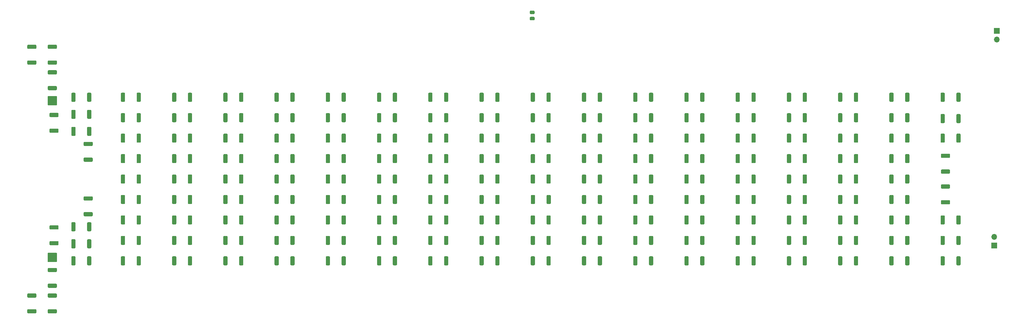
<source format=gbs>
%TF.GenerationSoftware,KiCad,Pcbnew,(5.1.9-0-10_14)*%
%TF.CreationDate,2022-12-08T20:33:16-05:00*%
%TF.ProjectId,5AhG3-18S,35416847-332d-4313-9853-2e6b69636164,rev?*%
%TF.SameCoordinates,Original*%
%TF.FileFunction,Soldermask,Bot*%
%TF.FilePolarity,Negative*%
%FSLAX46Y46*%
G04 Gerber Fmt 4.6, Leading zero omitted, Abs format (unit mm)*
G04 Created by KiCad (PCBNEW (5.1.9-0-10_14)) date 2022-12-08 20:33:16*
%MOMM*%
%LPD*%
G01*
G04 APERTURE LIST*
%ADD10R,1.700000X1.700000*%
%ADD11O,1.700000X1.700000*%
G04 APERTURE END LIST*
%TO.C,R9*%
G36*
G01*
X95425000Y-158924999D02*
X95425000Y-161075001D01*
G75*
G02*
X95175001Y-161325000I-249999J0D01*
G01*
X94449999Y-161325000D01*
G75*
G02*
X94200000Y-161075001I0J249999D01*
G01*
X94200000Y-158924999D01*
G75*
G02*
X94449999Y-158675000I249999J0D01*
G01*
X95175001Y-158675000D01*
G75*
G02*
X95425000Y-158924999I0J-249999D01*
G01*
G37*
G36*
G01*
X90800000Y-158924999D02*
X90800000Y-161075001D01*
G75*
G02*
X90550001Y-161325000I-249999J0D01*
G01*
X89824999Y-161325000D01*
G75*
G02*
X89575000Y-161075001I0J249999D01*
G01*
X89575000Y-158924999D01*
G75*
G02*
X89824999Y-158675000I249999J0D01*
G01*
X90550001Y-158675000D01*
G75*
G02*
X90800000Y-158924999I0J-249999D01*
G01*
G37*
%TD*%
%TO.C,R2*%
G36*
G01*
X90800000Y-115924999D02*
X90800000Y-118075001D01*
G75*
G02*
X90550001Y-118325000I-249999J0D01*
G01*
X89824999Y-118325000D01*
G75*
G02*
X89575000Y-118075001I0J249999D01*
G01*
X89575000Y-115924999D01*
G75*
G02*
X89824999Y-115675000I249999J0D01*
G01*
X90550001Y-115675000D01*
G75*
G02*
X90800000Y-115924999I0J-249999D01*
G01*
G37*
G36*
G01*
X95425000Y-115924999D02*
X95425000Y-118075001D01*
G75*
G02*
X95175001Y-118325000I-249999J0D01*
G01*
X94449999Y-118325000D01*
G75*
G02*
X94200000Y-118075001I0J249999D01*
G01*
X94200000Y-115924999D01*
G75*
G02*
X94449999Y-115675000I249999J0D01*
G01*
X95175001Y-115675000D01*
G75*
G02*
X95425000Y-115924999I0J-249999D01*
G01*
G37*
%TD*%
%TO.C,R6*%
G36*
G01*
X93424999Y-145700000D02*
X95575001Y-145700000D01*
G75*
G02*
X95825000Y-145949999I0J-249999D01*
G01*
X95825000Y-146675001D01*
G75*
G02*
X95575001Y-146925000I-249999J0D01*
G01*
X93424999Y-146925000D01*
G75*
G02*
X93175000Y-146675001I0J249999D01*
G01*
X93175000Y-145949999D01*
G75*
G02*
X93424999Y-145700000I249999J0D01*
G01*
G37*
G36*
G01*
X93424999Y-141075000D02*
X95575001Y-141075000D01*
G75*
G02*
X95825000Y-141324999I0J-249999D01*
G01*
X95825000Y-142050001D01*
G75*
G02*
X95575001Y-142300000I-249999J0D01*
G01*
X93424999Y-142300000D01*
G75*
G02*
X93175000Y-142050001I0J249999D01*
G01*
X93175000Y-141324999D01*
G75*
G02*
X93424999Y-141075000I249999J0D01*
G01*
G37*
%TD*%
%TO.C,R12*%
G36*
G01*
X108700000Y-125075001D02*
X108700000Y-122924999D01*
G75*
G02*
X108949999Y-122675000I249999J0D01*
G01*
X109675001Y-122675000D01*
G75*
G02*
X109925000Y-122924999I0J-249999D01*
G01*
X109925000Y-125075001D01*
G75*
G02*
X109675001Y-125325000I-249999J0D01*
G01*
X108949999Y-125325000D01*
G75*
G02*
X108700000Y-125075001I0J249999D01*
G01*
G37*
G36*
G01*
X104075000Y-125075001D02*
X104075000Y-122924999D01*
G75*
G02*
X104324999Y-122675000I249999J0D01*
G01*
X105050001Y-122675000D01*
G75*
G02*
X105300000Y-122924999I0J-249999D01*
G01*
X105300000Y-125075001D01*
G75*
G02*
X105050001Y-125325000I-249999J0D01*
G01*
X104324999Y-125325000D01*
G75*
G02*
X104075000Y-125075001I0J249999D01*
G01*
G37*
%TD*%
%TO.C,R20*%
G36*
G01*
X120300000Y-116924999D02*
X120300000Y-119075001D01*
G75*
G02*
X120050001Y-119325000I-249999J0D01*
G01*
X119324999Y-119325000D01*
G75*
G02*
X119075000Y-119075001I0J249999D01*
G01*
X119075000Y-116924999D01*
G75*
G02*
X119324999Y-116675000I249999J0D01*
G01*
X120050001Y-116675000D01*
G75*
G02*
X120300000Y-116924999I0J-249999D01*
G01*
G37*
G36*
G01*
X124925000Y-116924999D02*
X124925000Y-119075001D01*
G75*
G02*
X124675001Y-119325000I-249999J0D01*
G01*
X123949999Y-119325000D01*
G75*
G02*
X123700000Y-119075001I0J249999D01*
G01*
X123700000Y-116924999D01*
G75*
G02*
X123949999Y-116675000I249999J0D01*
G01*
X124675001Y-116675000D01*
G75*
G02*
X124925000Y-116924999I0J-249999D01*
G01*
G37*
%TD*%
%TO.C,R29*%
G36*
G01*
X139925000Y-116924999D02*
X139925000Y-119075001D01*
G75*
G02*
X139675001Y-119325000I-249999J0D01*
G01*
X138949999Y-119325000D01*
G75*
G02*
X138700000Y-119075001I0J249999D01*
G01*
X138700000Y-116924999D01*
G75*
G02*
X138949999Y-116675000I249999J0D01*
G01*
X139675001Y-116675000D01*
G75*
G02*
X139925000Y-116924999I0J-249999D01*
G01*
G37*
G36*
G01*
X135300000Y-116924999D02*
X135300000Y-119075001D01*
G75*
G02*
X135050001Y-119325000I-249999J0D01*
G01*
X134324999Y-119325000D01*
G75*
G02*
X134075000Y-119075001I0J249999D01*
G01*
X134075000Y-116924999D01*
G75*
G02*
X134324999Y-116675000I249999J0D01*
G01*
X135050001Y-116675000D01*
G75*
G02*
X135300000Y-116924999I0J-249999D01*
G01*
G37*
%TD*%
%TO.C,R40*%
G36*
G01*
X150300000Y-128924999D02*
X150300000Y-131075001D01*
G75*
G02*
X150050001Y-131325000I-249999J0D01*
G01*
X149324999Y-131325000D01*
G75*
G02*
X149075000Y-131075001I0J249999D01*
G01*
X149075000Y-128924999D01*
G75*
G02*
X149324999Y-128675000I249999J0D01*
G01*
X150050001Y-128675000D01*
G75*
G02*
X150300000Y-128924999I0J-249999D01*
G01*
G37*
G36*
G01*
X154925000Y-128924999D02*
X154925000Y-131075001D01*
G75*
G02*
X154675001Y-131325000I-249999J0D01*
G01*
X153949999Y-131325000D01*
G75*
G02*
X153700000Y-131075001I0J249999D01*
G01*
X153700000Y-128924999D01*
G75*
G02*
X153949999Y-128675000I249999J0D01*
G01*
X154675001Y-128675000D01*
G75*
G02*
X154925000Y-128924999I0J-249999D01*
G01*
G37*
%TD*%
%TO.C,R53*%
G36*
G01*
X169925000Y-152924999D02*
X169925000Y-155075001D01*
G75*
G02*
X169675001Y-155325000I-249999J0D01*
G01*
X168949999Y-155325000D01*
G75*
G02*
X168700000Y-155075001I0J249999D01*
G01*
X168700000Y-152924999D01*
G75*
G02*
X168949999Y-152675000I249999J0D01*
G01*
X169675001Y-152675000D01*
G75*
G02*
X169925000Y-152924999I0J-249999D01*
G01*
G37*
G36*
G01*
X165300000Y-152924999D02*
X165300000Y-155075001D01*
G75*
G02*
X165050001Y-155325000I-249999J0D01*
G01*
X164324999Y-155325000D01*
G75*
G02*
X164075000Y-155075001I0J249999D01*
G01*
X164075000Y-152924999D01*
G75*
G02*
X164324999Y-152675000I249999J0D01*
G01*
X165050001Y-152675000D01*
G75*
G02*
X165300000Y-152924999I0J-249999D01*
G01*
G37*
%TD*%
%TO.C,R67*%
G36*
G01*
X199925000Y-128924999D02*
X199925000Y-131075001D01*
G75*
G02*
X199675001Y-131325000I-249999J0D01*
G01*
X198949999Y-131325000D01*
G75*
G02*
X198700000Y-131075001I0J249999D01*
G01*
X198700000Y-128924999D01*
G75*
G02*
X198949999Y-128675000I249999J0D01*
G01*
X199675001Y-128675000D01*
G75*
G02*
X199925000Y-128924999I0J-249999D01*
G01*
G37*
G36*
G01*
X195300000Y-128924999D02*
X195300000Y-131075001D01*
G75*
G02*
X195050001Y-131325000I-249999J0D01*
G01*
X194324999Y-131325000D01*
G75*
G02*
X194075000Y-131075001I0J249999D01*
G01*
X194075000Y-128924999D01*
G75*
G02*
X194324999Y-128675000I249999J0D01*
G01*
X195050001Y-128675000D01*
G75*
G02*
X195300000Y-128924999I0J-249999D01*
G01*
G37*
%TD*%
%TO.C,R95*%
G36*
G01*
X239075000Y-137075001D02*
X239075000Y-134924999D01*
G75*
G02*
X239324999Y-134675000I249999J0D01*
G01*
X240050001Y-134675000D01*
G75*
G02*
X240300000Y-134924999I0J-249999D01*
G01*
X240300000Y-137075001D01*
G75*
G02*
X240050001Y-137325000I-249999J0D01*
G01*
X239324999Y-137325000D01*
G75*
G02*
X239075000Y-137075001I0J249999D01*
G01*
G37*
G36*
G01*
X243700000Y-137075001D02*
X243700000Y-134924999D01*
G75*
G02*
X243949999Y-134675000I249999J0D01*
G01*
X244675001Y-134675000D01*
G75*
G02*
X244925000Y-134924999I0J-249999D01*
G01*
X244925000Y-137075001D01*
G75*
G02*
X244675001Y-137325000I-249999J0D01*
G01*
X243949999Y-137325000D01*
G75*
G02*
X243700000Y-137075001I0J249999D01*
G01*
G37*
%TD*%
%TO.C,R109*%
G36*
G01*
X269075000Y-113075001D02*
X269075000Y-110924999D01*
G75*
G02*
X269324999Y-110675000I249999J0D01*
G01*
X270050001Y-110675000D01*
G75*
G02*
X270300000Y-110924999I0J-249999D01*
G01*
X270300000Y-113075001D01*
G75*
G02*
X270050001Y-113325000I-249999J0D01*
G01*
X269324999Y-113325000D01*
G75*
G02*
X269075000Y-113075001I0J249999D01*
G01*
G37*
G36*
G01*
X273700000Y-113075001D02*
X273700000Y-110924999D01*
G75*
G02*
X273949999Y-110675000I249999J0D01*
G01*
X274675001Y-110675000D01*
G75*
G02*
X274925000Y-110924999I0J-249999D01*
G01*
X274925000Y-113075001D01*
G75*
G02*
X274675001Y-113325000I-249999J0D01*
G01*
X273949999Y-113325000D01*
G75*
G02*
X273700000Y-113075001I0J249999D01*
G01*
G37*
%TD*%
%TO.C,R123*%
G36*
G01*
X289925000Y-140924999D02*
X289925000Y-143075001D01*
G75*
G02*
X289675001Y-143325000I-249999J0D01*
G01*
X288949999Y-143325000D01*
G75*
G02*
X288700000Y-143075001I0J249999D01*
G01*
X288700000Y-140924999D01*
G75*
G02*
X288949999Y-140675000I249999J0D01*
G01*
X289675001Y-140675000D01*
G75*
G02*
X289925000Y-140924999I0J-249999D01*
G01*
G37*
G36*
G01*
X285300000Y-140924999D02*
X285300000Y-143075001D01*
G75*
G02*
X285050001Y-143325000I-249999J0D01*
G01*
X284324999Y-143325000D01*
G75*
G02*
X284075000Y-143075001I0J249999D01*
G01*
X284075000Y-140924999D01*
G75*
G02*
X284324999Y-140675000I249999J0D01*
G01*
X285050001Y-140675000D01*
G75*
G02*
X285300000Y-140924999I0J-249999D01*
G01*
G37*
%TD*%
%TO.C,R137*%
G36*
G01*
X319925000Y-116924999D02*
X319925000Y-119075001D01*
G75*
G02*
X319675001Y-119325000I-249999J0D01*
G01*
X318949999Y-119325000D01*
G75*
G02*
X318700000Y-119075001I0J249999D01*
G01*
X318700000Y-116924999D01*
G75*
G02*
X318949999Y-116675000I249999J0D01*
G01*
X319675001Y-116675000D01*
G75*
G02*
X319925000Y-116924999I0J-249999D01*
G01*
G37*
G36*
G01*
X315300000Y-116924999D02*
X315300000Y-119075001D01*
G75*
G02*
X315050001Y-119325000I-249999J0D01*
G01*
X314324999Y-119325000D01*
G75*
G02*
X314075000Y-119075001I0J249999D01*
G01*
X314075000Y-116924999D01*
G75*
G02*
X314324999Y-116675000I249999J0D01*
G01*
X315050001Y-116675000D01*
G75*
G02*
X315300000Y-116924999I0J-249999D01*
G01*
G37*
%TD*%
%TO.C,R150*%
G36*
G01*
X330300000Y-140924999D02*
X330300000Y-143075001D01*
G75*
G02*
X330050001Y-143325000I-249999J0D01*
G01*
X329324999Y-143325000D01*
G75*
G02*
X329075000Y-143075001I0J249999D01*
G01*
X329075000Y-140924999D01*
G75*
G02*
X329324999Y-140675000I249999J0D01*
G01*
X330050001Y-140675000D01*
G75*
G02*
X330300000Y-140924999I0J-249999D01*
G01*
G37*
G36*
G01*
X334925000Y-140924999D02*
X334925000Y-143075001D01*
G75*
G02*
X334675001Y-143325000I-249999J0D01*
G01*
X333949999Y-143325000D01*
G75*
G02*
X333700000Y-143075001I0J249999D01*
G01*
X333700000Y-140924999D01*
G75*
G02*
X333949999Y-140675000I249999J0D01*
G01*
X334675001Y-140675000D01*
G75*
G02*
X334925000Y-140924999I0J-249999D01*
G01*
G37*
%TD*%
%TO.C,R162*%
G36*
G01*
X348700000Y-161075001D02*
X348700000Y-158924999D01*
G75*
G02*
X348949999Y-158675000I249999J0D01*
G01*
X349675001Y-158675000D01*
G75*
G02*
X349925000Y-158924999I0J-249999D01*
G01*
X349925000Y-161075001D01*
G75*
G02*
X349675001Y-161325000I-249999J0D01*
G01*
X348949999Y-161325000D01*
G75*
G02*
X348700000Y-161075001I0J249999D01*
G01*
G37*
G36*
G01*
X344075000Y-161075001D02*
X344075000Y-158924999D01*
G75*
G02*
X344324999Y-158675000I249999J0D01*
G01*
X345050001Y-158675000D01*
G75*
G02*
X345300000Y-158924999I0J-249999D01*
G01*
X345300000Y-161075001D01*
G75*
G02*
X345050001Y-161325000I-249999J0D01*
G01*
X344324999Y-161325000D01*
G75*
G02*
X344075000Y-161075001I0J249999D01*
G01*
G37*
%TD*%
%TO.C,R1*%
G36*
G01*
X89575000Y-113075001D02*
X89575000Y-110924999D01*
G75*
G02*
X89824999Y-110675000I249999J0D01*
G01*
X90550001Y-110675000D01*
G75*
G02*
X90800000Y-110924999I0J-249999D01*
G01*
X90800000Y-113075001D01*
G75*
G02*
X90550001Y-113325000I-249999J0D01*
G01*
X89824999Y-113325000D01*
G75*
G02*
X89575000Y-113075001I0J249999D01*
G01*
G37*
G36*
G01*
X94200000Y-113075001D02*
X94200000Y-110924999D01*
G75*
G02*
X94449999Y-110675000I249999J0D01*
G01*
X95175001Y-110675000D01*
G75*
G02*
X95425000Y-110924999I0J-249999D01*
G01*
X95425000Y-113075001D01*
G75*
G02*
X95175001Y-113325000I-249999J0D01*
G01*
X94449999Y-113325000D01*
G75*
G02*
X94200000Y-113075001I0J249999D01*
G01*
G37*
%TD*%
%TO.C,R3*%
G36*
G01*
X89575000Y-123075001D02*
X89575000Y-120924999D01*
G75*
G02*
X89824999Y-120675000I249999J0D01*
G01*
X90550001Y-120675000D01*
G75*
G02*
X90800000Y-120924999I0J-249999D01*
G01*
X90800000Y-123075001D01*
G75*
G02*
X90550001Y-123325000I-249999J0D01*
G01*
X89824999Y-123325000D01*
G75*
G02*
X89575000Y-123075001I0J249999D01*
G01*
G37*
G36*
G01*
X94200000Y-123075001D02*
X94200000Y-120924999D01*
G75*
G02*
X94449999Y-120675000I249999J0D01*
G01*
X95175001Y-120675000D01*
G75*
G02*
X95425000Y-120924999I0J-249999D01*
G01*
X95425000Y-123075001D01*
G75*
G02*
X95175001Y-123325000I-249999J0D01*
G01*
X94449999Y-123325000D01*
G75*
G02*
X94200000Y-123075001I0J249999D01*
G01*
G37*
%TD*%
%TO.C,R4*%
G36*
G01*
X93424999Y-129700000D02*
X95575001Y-129700000D01*
G75*
G02*
X95825000Y-129949999I0J-249999D01*
G01*
X95825000Y-130675001D01*
G75*
G02*
X95575001Y-130925000I-249999J0D01*
G01*
X93424999Y-130925000D01*
G75*
G02*
X93175000Y-130675001I0J249999D01*
G01*
X93175000Y-129949999D01*
G75*
G02*
X93424999Y-129700000I249999J0D01*
G01*
G37*
G36*
G01*
X93424999Y-125075000D02*
X95575001Y-125075000D01*
G75*
G02*
X95825000Y-125324999I0J-249999D01*
G01*
X95825000Y-126050001D01*
G75*
G02*
X95575001Y-126300000I-249999J0D01*
G01*
X93424999Y-126300000D01*
G75*
G02*
X93175000Y-126050001I0J249999D01*
G01*
X93175000Y-125324999D01*
G75*
G02*
X93424999Y-125075000I249999J0D01*
G01*
G37*
%TD*%
%TO.C,R7*%
G36*
G01*
X95425000Y-148924999D02*
X95425000Y-151075001D01*
G75*
G02*
X95175001Y-151325000I-249999J0D01*
G01*
X94449999Y-151325000D01*
G75*
G02*
X94200000Y-151075001I0J249999D01*
G01*
X94200000Y-148924999D01*
G75*
G02*
X94449999Y-148675000I249999J0D01*
G01*
X95175001Y-148675000D01*
G75*
G02*
X95425000Y-148924999I0J-249999D01*
G01*
G37*
G36*
G01*
X90800000Y-148924999D02*
X90800000Y-151075001D01*
G75*
G02*
X90550001Y-151325000I-249999J0D01*
G01*
X89824999Y-151325000D01*
G75*
G02*
X89575000Y-151075001I0J249999D01*
G01*
X89575000Y-148924999D01*
G75*
G02*
X89824999Y-148675000I249999J0D01*
G01*
X90550001Y-148675000D01*
G75*
G02*
X90800000Y-148924999I0J-249999D01*
G01*
G37*
%TD*%
%TO.C,R8*%
G36*
G01*
X94200000Y-156075001D02*
X94200000Y-153924999D01*
G75*
G02*
X94449999Y-153675000I249999J0D01*
G01*
X95175001Y-153675000D01*
G75*
G02*
X95425000Y-153924999I0J-249999D01*
G01*
X95425000Y-156075001D01*
G75*
G02*
X95175001Y-156325000I-249999J0D01*
G01*
X94449999Y-156325000D01*
G75*
G02*
X94200000Y-156075001I0J249999D01*
G01*
G37*
G36*
G01*
X89575000Y-156075001D02*
X89575000Y-153924999D01*
G75*
G02*
X89824999Y-153675000I249999J0D01*
G01*
X90550001Y-153675000D01*
G75*
G02*
X90800000Y-153924999I0J-249999D01*
G01*
X90800000Y-156075001D01*
G75*
G02*
X90550001Y-156325000I-249999J0D01*
G01*
X89824999Y-156325000D01*
G75*
G02*
X89575000Y-156075001I0J249999D01*
G01*
G37*
%TD*%
%TO.C,R10*%
G36*
G01*
X108700000Y-113075001D02*
X108700000Y-110924999D01*
G75*
G02*
X108949999Y-110675000I249999J0D01*
G01*
X109675001Y-110675000D01*
G75*
G02*
X109925000Y-110924999I0J-249999D01*
G01*
X109925000Y-113075001D01*
G75*
G02*
X109675001Y-113325000I-249999J0D01*
G01*
X108949999Y-113325000D01*
G75*
G02*
X108700000Y-113075001I0J249999D01*
G01*
G37*
G36*
G01*
X104075000Y-113075001D02*
X104075000Y-110924999D01*
G75*
G02*
X104324999Y-110675000I249999J0D01*
G01*
X105050001Y-110675000D01*
G75*
G02*
X105300000Y-110924999I0J-249999D01*
G01*
X105300000Y-113075001D01*
G75*
G02*
X105050001Y-113325000I-249999J0D01*
G01*
X104324999Y-113325000D01*
G75*
G02*
X104075000Y-113075001I0J249999D01*
G01*
G37*
%TD*%
%TO.C,R11*%
G36*
G01*
X109925000Y-116924999D02*
X109925000Y-119075001D01*
G75*
G02*
X109675001Y-119325000I-249999J0D01*
G01*
X108949999Y-119325000D01*
G75*
G02*
X108700000Y-119075001I0J249999D01*
G01*
X108700000Y-116924999D01*
G75*
G02*
X108949999Y-116675000I249999J0D01*
G01*
X109675001Y-116675000D01*
G75*
G02*
X109925000Y-116924999I0J-249999D01*
G01*
G37*
G36*
G01*
X105300000Y-116924999D02*
X105300000Y-119075001D01*
G75*
G02*
X105050001Y-119325000I-249999J0D01*
G01*
X104324999Y-119325000D01*
G75*
G02*
X104075000Y-119075001I0J249999D01*
G01*
X104075000Y-116924999D01*
G75*
G02*
X104324999Y-116675000I249999J0D01*
G01*
X105050001Y-116675000D01*
G75*
G02*
X105300000Y-116924999I0J-249999D01*
G01*
G37*
%TD*%
%TO.C,R13*%
G36*
G01*
X109925000Y-128924999D02*
X109925000Y-131075001D01*
G75*
G02*
X109675001Y-131325000I-249999J0D01*
G01*
X108949999Y-131325000D01*
G75*
G02*
X108700000Y-131075001I0J249999D01*
G01*
X108700000Y-128924999D01*
G75*
G02*
X108949999Y-128675000I249999J0D01*
G01*
X109675001Y-128675000D01*
G75*
G02*
X109925000Y-128924999I0J-249999D01*
G01*
G37*
G36*
G01*
X105300000Y-128924999D02*
X105300000Y-131075001D01*
G75*
G02*
X105050001Y-131325000I-249999J0D01*
G01*
X104324999Y-131325000D01*
G75*
G02*
X104075000Y-131075001I0J249999D01*
G01*
X104075000Y-128924999D01*
G75*
G02*
X104324999Y-128675000I249999J0D01*
G01*
X105050001Y-128675000D01*
G75*
G02*
X105300000Y-128924999I0J-249999D01*
G01*
G37*
%TD*%
%TO.C,R14*%
G36*
G01*
X108700000Y-137075001D02*
X108700000Y-134924999D01*
G75*
G02*
X108949999Y-134675000I249999J0D01*
G01*
X109675001Y-134675000D01*
G75*
G02*
X109925000Y-134924999I0J-249999D01*
G01*
X109925000Y-137075001D01*
G75*
G02*
X109675001Y-137325000I-249999J0D01*
G01*
X108949999Y-137325000D01*
G75*
G02*
X108700000Y-137075001I0J249999D01*
G01*
G37*
G36*
G01*
X104075000Y-137075001D02*
X104075000Y-134924999D01*
G75*
G02*
X104324999Y-134675000I249999J0D01*
G01*
X105050001Y-134675000D01*
G75*
G02*
X105300000Y-134924999I0J-249999D01*
G01*
X105300000Y-137075001D01*
G75*
G02*
X105050001Y-137325000I-249999J0D01*
G01*
X104324999Y-137325000D01*
G75*
G02*
X104075000Y-137075001I0J249999D01*
G01*
G37*
%TD*%
%TO.C,R15*%
G36*
G01*
X109925000Y-140924999D02*
X109925000Y-143075001D01*
G75*
G02*
X109675001Y-143325000I-249999J0D01*
G01*
X108949999Y-143325000D01*
G75*
G02*
X108700000Y-143075001I0J249999D01*
G01*
X108700000Y-140924999D01*
G75*
G02*
X108949999Y-140675000I249999J0D01*
G01*
X109675001Y-140675000D01*
G75*
G02*
X109925000Y-140924999I0J-249999D01*
G01*
G37*
G36*
G01*
X105300000Y-140924999D02*
X105300000Y-143075001D01*
G75*
G02*
X105050001Y-143325000I-249999J0D01*
G01*
X104324999Y-143325000D01*
G75*
G02*
X104075000Y-143075001I0J249999D01*
G01*
X104075000Y-140924999D01*
G75*
G02*
X104324999Y-140675000I249999J0D01*
G01*
X105050001Y-140675000D01*
G75*
G02*
X105300000Y-140924999I0J-249999D01*
G01*
G37*
%TD*%
%TO.C,R16*%
G36*
G01*
X108700000Y-149075001D02*
X108700000Y-146924999D01*
G75*
G02*
X108949999Y-146675000I249999J0D01*
G01*
X109675001Y-146675000D01*
G75*
G02*
X109925000Y-146924999I0J-249999D01*
G01*
X109925000Y-149075001D01*
G75*
G02*
X109675001Y-149325000I-249999J0D01*
G01*
X108949999Y-149325000D01*
G75*
G02*
X108700000Y-149075001I0J249999D01*
G01*
G37*
G36*
G01*
X104075000Y-149075001D02*
X104075000Y-146924999D01*
G75*
G02*
X104324999Y-146675000I249999J0D01*
G01*
X105050001Y-146675000D01*
G75*
G02*
X105300000Y-146924999I0J-249999D01*
G01*
X105300000Y-149075001D01*
G75*
G02*
X105050001Y-149325000I-249999J0D01*
G01*
X104324999Y-149325000D01*
G75*
G02*
X104075000Y-149075001I0J249999D01*
G01*
G37*
%TD*%
%TO.C,R17*%
G36*
G01*
X109925000Y-152924999D02*
X109925000Y-155075001D01*
G75*
G02*
X109675001Y-155325000I-249999J0D01*
G01*
X108949999Y-155325000D01*
G75*
G02*
X108700000Y-155075001I0J249999D01*
G01*
X108700000Y-152924999D01*
G75*
G02*
X108949999Y-152675000I249999J0D01*
G01*
X109675001Y-152675000D01*
G75*
G02*
X109925000Y-152924999I0J-249999D01*
G01*
G37*
G36*
G01*
X105300000Y-152924999D02*
X105300000Y-155075001D01*
G75*
G02*
X105050001Y-155325000I-249999J0D01*
G01*
X104324999Y-155325000D01*
G75*
G02*
X104075000Y-155075001I0J249999D01*
G01*
X104075000Y-152924999D01*
G75*
G02*
X104324999Y-152675000I249999J0D01*
G01*
X105050001Y-152675000D01*
G75*
G02*
X105300000Y-152924999I0J-249999D01*
G01*
G37*
%TD*%
%TO.C,R18*%
G36*
G01*
X108700000Y-161075001D02*
X108700000Y-158924999D01*
G75*
G02*
X108949999Y-158675000I249999J0D01*
G01*
X109675001Y-158675000D01*
G75*
G02*
X109925000Y-158924999I0J-249999D01*
G01*
X109925000Y-161075001D01*
G75*
G02*
X109675001Y-161325000I-249999J0D01*
G01*
X108949999Y-161325000D01*
G75*
G02*
X108700000Y-161075001I0J249999D01*
G01*
G37*
G36*
G01*
X104075000Y-161075001D02*
X104075000Y-158924999D01*
G75*
G02*
X104324999Y-158675000I249999J0D01*
G01*
X105050001Y-158675000D01*
G75*
G02*
X105300000Y-158924999I0J-249999D01*
G01*
X105300000Y-161075001D01*
G75*
G02*
X105050001Y-161325000I-249999J0D01*
G01*
X104324999Y-161325000D01*
G75*
G02*
X104075000Y-161075001I0J249999D01*
G01*
G37*
%TD*%
%TO.C,R19*%
G36*
G01*
X119075000Y-113075001D02*
X119075000Y-110924999D01*
G75*
G02*
X119324999Y-110675000I249999J0D01*
G01*
X120050001Y-110675000D01*
G75*
G02*
X120300000Y-110924999I0J-249999D01*
G01*
X120300000Y-113075001D01*
G75*
G02*
X120050001Y-113325000I-249999J0D01*
G01*
X119324999Y-113325000D01*
G75*
G02*
X119075000Y-113075001I0J249999D01*
G01*
G37*
G36*
G01*
X123700000Y-113075001D02*
X123700000Y-110924999D01*
G75*
G02*
X123949999Y-110675000I249999J0D01*
G01*
X124675001Y-110675000D01*
G75*
G02*
X124925000Y-110924999I0J-249999D01*
G01*
X124925000Y-113075001D01*
G75*
G02*
X124675001Y-113325000I-249999J0D01*
G01*
X123949999Y-113325000D01*
G75*
G02*
X123700000Y-113075001I0J249999D01*
G01*
G37*
%TD*%
%TO.C,R21*%
G36*
G01*
X119075000Y-125075001D02*
X119075000Y-122924999D01*
G75*
G02*
X119324999Y-122675000I249999J0D01*
G01*
X120050001Y-122675000D01*
G75*
G02*
X120300000Y-122924999I0J-249999D01*
G01*
X120300000Y-125075001D01*
G75*
G02*
X120050001Y-125325000I-249999J0D01*
G01*
X119324999Y-125325000D01*
G75*
G02*
X119075000Y-125075001I0J249999D01*
G01*
G37*
G36*
G01*
X123700000Y-125075001D02*
X123700000Y-122924999D01*
G75*
G02*
X123949999Y-122675000I249999J0D01*
G01*
X124675001Y-122675000D01*
G75*
G02*
X124925000Y-122924999I0J-249999D01*
G01*
X124925000Y-125075001D01*
G75*
G02*
X124675001Y-125325000I-249999J0D01*
G01*
X123949999Y-125325000D01*
G75*
G02*
X123700000Y-125075001I0J249999D01*
G01*
G37*
%TD*%
%TO.C,R22*%
G36*
G01*
X120300000Y-128924999D02*
X120300000Y-131075001D01*
G75*
G02*
X120050001Y-131325000I-249999J0D01*
G01*
X119324999Y-131325000D01*
G75*
G02*
X119075000Y-131075001I0J249999D01*
G01*
X119075000Y-128924999D01*
G75*
G02*
X119324999Y-128675000I249999J0D01*
G01*
X120050001Y-128675000D01*
G75*
G02*
X120300000Y-128924999I0J-249999D01*
G01*
G37*
G36*
G01*
X124925000Y-128924999D02*
X124925000Y-131075001D01*
G75*
G02*
X124675001Y-131325000I-249999J0D01*
G01*
X123949999Y-131325000D01*
G75*
G02*
X123700000Y-131075001I0J249999D01*
G01*
X123700000Y-128924999D01*
G75*
G02*
X123949999Y-128675000I249999J0D01*
G01*
X124675001Y-128675000D01*
G75*
G02*
X124925000Y-128924999I0J-249999D01*
G01*
G37*
%TD*%
%TO.C,R23*%
G36*
G01*
X119075000Y-137075001D02*
X119075000Y-134924999D01*
G75*
G02*
X119324999Y-134675000I249999J0D01*
G01*
X120050001Y-134675000D01*
G75*
G02*
X120300000Y-134924999I0J-249999D01*
G01*
X120300000Y-137075001D01*
G75*
G02*
X120050001Y-137325000I-249999J0D01*
G01*
X119324999Y-137325000D01*
G75*
G02*
X119075000Y-137075001I0J249999D01*
G01*
G37*
G36*
G01*
X123700000Y-137075001D02*
X123700000Y-134924999D01*
G75*
G02*
X123949999Y-134675000I249999J0D01*
G01*
X124675001Y-134675000D01*
G75*
G02*
X124925000Y-134924999I0J-249999D01*
G01*
X124925000Y-137075001D01*
G75*
G02*
X124675001Y-137325000I-249999J0D01*
G01*
X123949999Y-137325000D01*
G75*
G02*
X123700000Y-137075001I0J249999D01*
G01*
G37*
%TD*%
%TO.C,R24*%
G36*
G01*
X120300000Y-140924999D02*
X120300000Y-143075001D01*
G75*
G02*
X120050001Y-143325000I-249999J0D01*
G01*
X119324999Y-143325000D01*
G75*
G02*
X119075000Y-143075001I0J249999D01*
G01*
X119075000Y-140924999D01*
G75*
G02*
X119324999Y-140675000I249999J0D01*
G01*
X120050001Y-140675000D01*
G75*
G02*
X120300000Y-140924999I0J-249999D01*
G01*
G37*
G36*
G01*
X124925000Y-140924999D02*
X124925000Y-143075001D01*
G75*
G02*
X124675001Y-143325000I-249999J0D01*
G01*
X123949999Y-143325000D01*
G75*
G02*
X123700000Y-143075001I0J249999D01*
G01*
X123700000Y-140924999D01*
G75*
G02*
X123949999Y-140675000I249999J0D01*
G01*
X124675001Y-140675000D01*
G75*
G02*
X124925000Y-140924999I0J-249999D01*
G01*
G37*
%TD*%
%TO.C,R25*%
G36*
G01*
X119075000Y-149075001D02*
X119075000Y-146924999D01*
G75*
G02*
X119324999Y-146675000I249999J0D01*
G01*
X120050001Y-146675000D01*
G75*
G02*
X120300000Y-146924999I0J-249999D01*
G01*
X120300000Y-149075001D01*
G75*
G02*
X120050001Y-149325000I-249999J0D01*
G01*
X119324999Y-149325000D01*
G75*
G02*
X119075000Y-149075001I0J249999D01*
G01*
G37*
G36*
G01*
X123700000Y-149075001D02*
X123700000Y-146924999D01*
G75*
G02*
X123949999Y-146675000I249999J0D01*
G01*
X124675001Y-146675000D01*
G75*
G02*
X124925000Y-146924999I0J-249999D01*
G01*
X124925000Y-149075001D01*
G75*
G02*
X124675001Y-149325000I-249999J0D01*
G01*
X123949999Y-149325000D01*
G75*
G02*
X123700000Y-149075001I0J249999D01*
G01*
G37*
%TD*%
%TO.C,R26*%
G36*
G01*
X120300000Y-152924999D02*
X120300000Y-155075001D01*
G75*
G02*
X120050001Y-155325000I-249999J0D01*
G01*
X119324999Y-155325000D01*
G75*
G02*
X119075000Y-155075001I0J249999D01*
G01*
X119075000Y-152924999D01*
G75*
G02*
X119324999Y-152675000I249999J0D01*
G01*
X120050001Y-152675000D01*
G75*
G02*
X120300000Y-152924999I0J-249999D01*
G01*
G37*
G36*
G01*
X124925000Y-152924999D02*
X124925000Y-155075001D01*
G75*
G02*
X124675001Y-155325000I-249999J0D01*
G01*
X123949999Y-155325000D01*
G75*
G02*
X123700000Y-155075001I0J249999D01*
G01*
X123700000Y-152924999D01*
G75*
G02*
X123949999Y-152675000I249999J0D01*
G01*
X124675001Y-152675000D01*
G75*
G02*
X124925000Y-152924999I0J-249999D01*
G01*
G37*
%TD*%
%TO.C,R27*%
G36*
G01*
X119075000Y-161075001D02*
X119075000Y-158924999D01*
G75*
G02*
X119324999Y-158675000I249999J0D01*
G01*
X120050001Y-158675000D01*
G75*
G02*
X120300000Y-158924999I0J-249999D01*
G01*
X120300000Y-161075001D01*
G75*
G02*
X120050001Y-161325000I-249999J0D01*
G01*
X119324999Y-161325000D01*
G75*
G02*
X119075000Y-161075001I0J249999D01*
G01*
G37*
G36*
G01*
X123700000Y-161075001D02*
X123700000Y-158924999D01*
G75*
G02*
X123949999Y-158675000I249999J0D01*
G01*
X124675001Y-158675000D01*
G75*
G02*
X124925000Y-158924999I0J-249999D01*
G01*
X124925000Y-161075001D01*
G75*
G02*
X124675001Y-161325000I-249999J0D01*
G01*
X123949999Y-161325000D01*
G75*
G02*
X123700000Y-161075001I0J249999D01*
G01*
G37*
%TD*%
%TO.C,R28*%
G36*
G01*
X138700000Y-113075001D02*
X138700000Y-110924999D01*
G75*
G02*
X138949999Y-110675000I249999J0D01*
G01*
X139675001Y-110675000D01*
G75*
G02*
X139925000Y-110924999I0J-249999D01*
G01*
X139925000Y-113075001D01*
G75*
G02*
X139675001Y-113325000I-249999J0D01*
G01*
X138949999Y-113325000D01*
G75*
G02*
X138700000Y-113075001I0J249999D01*
G01*
G37*
G36*
G01*
X134075000Y-113075001D02*
X134075000Y-110924999D01*
G75*
G02*
X134324999Y-110675000I249999J0D01*
G01*
X135050001Y-110675000D01*
G75*
G02*
X135300000Y-110924999I0J-249999D01*
G01*
X135300000Y-113075001D01*
G75*
G02*
X135050001Y-113325000I-249999J0D01*
G01*
X134324999Y-113325000D01*
G75*
G02*
X134075000Y-113075001I0J249999D01*
G01*
G37*
%TD*%
%TO.C,R30*%
G36*
G01*
X138700000Y-125075001D02*
X138700000Y-122924999D01*
G75*
G02*
X138949999Y-122675000I249999J0D01*
G01*
X139675001Y-122675000D01*
G75*
G02*
X139925000Y-122924999I0J-249999D01*
G01*
X139925000Y-125075001D01*
G75*
G02*
X139675001Y-125325000I-249999J0D01*
G01*
X138949999Y-125325000D01*
G75*
G02*
X138700000Y-125075001I0J249999D01*
G01*
G37*
G36*
G01*
X134075000Y-125075001D02*
X134075000Y-122924999D01*
G75*
G02*
X134324999Y-122675000I249999J0D01*
G01*
X135050001Y-122675000D01*
G75*
G02*
X135300000Y-122924999I0J-249999D01*
G01*
X135300000Y-125075001D01*
G75*
G02*
X135050001Y-125325000I-249999J0D01*
G01*
X134324999Y-125325000D01*
G75*
G02*
X134075000Y-125075001I0J249999D01*
G01*
G37*
%TD*%
%TO.C,R31*%
G36*
G01*
X139925000Y-128924999D02*
X139925000Y-131075001D01*
G75*
G02*
X139675001Y-131325000I-249999J0D01*
G01*
X138949999Y-131325000D01*
G75*
G02*
X138700000Y-131075001I0J249999D01*
G01*
X138700000Y-128924999D01*
G75*
G02*
X138949999Y-128675000I249999J0D01*
G01*
X139675001Y-128675000D01*
G75*
G02*
X139925000Y-128924999I0J-249999D01*
G01*
G37*
G36*
G01*
X135300000Y-128924999D02*
X135300000Y-131075001D01*
G75*
G02*
X135050001Y-131325000I-249999J0D01*
G01*
X134324999Y-131325000D01*
G75*
G02*
X134075000Y-131075001I0J249999D01*
G01*
X134075000Y-128924999D01*
G75*
G02*
X134324999Y-128675000I249999J0D01*
G01*
X135050001Y-128675000D01*
G75*
G02*
X135300000Y-128924999I0J-249999D01*
G01*
G37*
%TD*%
%TO.C,R32*%
G36*
G01*
X138700000Y-137075001D02*
X138700000Y-134924999D01*
G75*
G02*
X138949999Y-134675000I249999J0D01*
G01*
X139675001Y-134675000D01*
G75*
G02*
X139925000Y-134924999I0J-249999D01*
G01*
X139925000Y-137075001D01*
G75*
G02*
X139675001Y-137325000I-249999J0D01*
G01*
X138949999Y-137325000D01*
G75*
G02*
X138700000Y-137075001I0J249999D01*
G01*
G37*
G36*
G01*
X134075000Y-137075001D02*
X134075000Y-134924999D01*
G75*
G02*
X134324999Y-134675000I249999J0D01*
G01*
X135050001Y-134675000D01*
G75*
G02*
X135300000Y-134924999I0J-249999D01*
G01*
X135300000Y-137075001D01*
G75*
G02*
X135050001Y-137325000I-249999J0D01*
G01*
X134324999Y-137325000D01*
G75*
G02*
X134075000Y-137075001I0J249999D01*
G01*
G37*
%TD*%
%TO.C,R33*%
G36*
G01*
X139925000Y-140924999D02*
X139925000Y-143075001D01*
G75*
G02*
X139675001Y-143325000I-249999J0D01*
G01*
X138949999Y-143325000D01*
G75*
G02*
X138700000Y-143075001I0J249999D01*
G01*
X138700000Y-140924999D01*
G75*
G02*
X138949999Y-140675000I249999J0D01*
G01*
X139675001Y-140675000D01*
G75*
G02*
X139925000Y-140924999I0J-249999D01*
G01*
G37*
G36*
G01*
X135300000Y-140924999D02*
X135300000Y-143075001D01*
G75*
G02*
X135050001Y-143325000I-249999J0D01*
G01*
X134324999Y-143325000D01*
G75*
G02*
X134075000Y-143075001I0J249999D01*
G01*
X134075000Y-140924999D01*
G75*
G02*
X134324999Y-140675000I249999J0D01*
G01*
X135050001Y-140675000D01*
G75*
G02*
X135300000Y-140924999I0J-249999D01*
G01*
G37*
%TD*%
%TO.C,R34*%
G36*
G01*
X138700000Y-149075001D02*
X138700000Y-146924999D01*
G75*
G02*
X138949999Y-146675000I249999J0D01*
G01*
X139675001Y-146675000D01*
G75*
G02*
X139925000Y-146924999I0J-249999D01*
G01*
X139925000Y-149075001D01*
G75*
G02*
X139675001Y-149325000I-249999J0D01*
G01*
X138949999Y-149325000D01*
G75*
G02*
X138700000Y-149075001I0J249999D01*
G01*
G37*
G36*
G01*
X134075000Y-149075001D02*
X134075000Y-146924999D01*
G75*
G02*
X134324999Y-146675000I249999J0D01*
G01*
X135050001Y-146675000D01*
G75*
G02*
X135300000Y-146924999I0J-249999D01*
G01*
X135300000Y-149075001D01*
G75*
G02*
X135050001Y-149325000I-249999J0D01*
G01*
X134324999Y-149325000D01*
G75*
G02*
X134075000Y-149075001I0J249999D01*
G01*
G37*
%TD*%
%TO.C,R35*%
G36*
G01*
X139925000Y-152924999D02*
X139925000Y-155075001D01*
G75*
G02*
X139675001Y-155325000I-249999J0D01*
G01*
X138949999Y-155325000D01*
G75*
G02*
X138700000Y-155075001I0J249999D01*
G01*
X138700000Y-152924999D01*
G75*
G02*
X138949999Y-152675000I249999J0D01*
G01*
X139675001Y-152675000D01*
G75*
G02*
X139925000Y-152924999I0J-249999D01*
G01*
G37*
G36*
G01*
X135300000Y-152924999D02*
X135300000Y-155075001D01*
G75*
G02*
X135050001Y-155325000I-249999J0D01*
G01*
X134324999Y-155325000D01*
G75*
G02*
X134075000Y-155075001I0J249999D01*
G01*
X134075000Y-152924999D01*
G75*
G02*
X134324999Y-152675000I249999J0D01*
G01*
X135050001Y-152675000D01*
G75*
G02*
X135300000Y-152924999I0J-249999D01*
G01*
G37*
%TD*%
%TO.C,R36*%
G36*
G01*
X138700000Y-161075001D02*
X138700000Y-158924999D01*
G75*
G02*
X138949999Y-158675000I249999J0D01*
G01*
X139675001Y-158675000D01*
G75*
G02*
X139925000Y-158924999I0J-249999D01*
G01*
X139925000Y-161075001D01*
G75*
G02*
X139675001Y-161325000I-249999J0D01*
G01*
X138949999Y-161325000D01*
G75*
G02*
X138700000Y-161075001I0J249999D01*
G01*
G37*
G36*
G01*
X134075000Y-161075001D02*
X134075000Y-158924999D01*
G75*
G02*
X134324999Y-158675000I249999J0D01*
G01*
X135050001Y-158675000D01*
G75*
G02*
X135300000Y-158924999I0J-249999D01*
G01*
X135300000Y-161075001D01*
G75*
G02*
X135050001Y-161325000I-249999J0D01*
G01*
X134324999Y-161325000D01*
G75*
G02*
X134075000Y-161075001I0J249999D01*
G01*
G37*
%TD*%
%TO.C,R37*%
G36*
G01*
X149075000Y-113075001D02*
X149075000Y-110924999D01*
G75*
G02*
X149324999Y-110675000I249999J0D01*
G01*
X150050001Y-110675000D01*
G75*
G02*
X150300000Y-110924999I0J-249999D01*
G01*
X150300000Y-113075001D01*
G75*
G02*
X150050001Y-113325000I-249999J0D01*
G01*
X149324999Y-113325000D01*
G75*
G02*
X149075000Y-113075001I0J249999D01*
G01*
G37*
G36*
G01*
X153700000Y-113075001D02*
X153700000Y-110924999D01*
G75*
G02*
X153949999Y-110675000I249999J0D01*
G01*
X154675001Y-110675000D01*
G75*
G02*
X154925000Y-110924999I0J-249999D01*
G01*
X154925000Y-113075001D01*
G75*
G02*
X154675001Y-113325000I-249999J0D01*
G01*
X153949999Y-113325000D01*
G75*
G02*
X153700000Y-113075001I0J249999D01*
G01*
G37*
%TD*%
%TO.C,R38*%
G36*
G01*
X150300000Y-116924999D02*
X150300000Y-119075001D01*
G75*
G02*
X150050001Y-119325000I-249999J0D01*
G01*
X149324999Y-119325000D01*
G75*
G02*
X149075000Y-119075001I0J249999D01*
G01*
X149075000Y-116924999D01*
G75*
G02*
X149324999Y-116675000I249999J0D01*
G01*
X150050001Y-116675000D01*
G75*
G02*
X150300000Y-116924999I0J-249999D01*
G01*
G37*
G36*
G01*
X154925000Y-116924999D02*
X154925000Y-119075001D01*
G75*
G02*
X154675001Y-119325000I-249999J0D01*
G01*
X153949999Y-119325000D01*
G75*
G02*
X153700000Y-119075001I0J249999D01*
G01*
X153700000Y-116924999D01*
G75*
G02*
X153949999Y-116675000I249999J0D01*
G01*
X154675001Y-116675000D01*
G75*
G02*
X154925000Y-116924999I0J-249999D01*
G01*
G37*
%TD*%
%TO.C,R39*%
G36*
G01*
X149075000Y-125075001D02*
X149075000Y-122924999D01*
G75*
G02*
X149324999Y-122675000I249999J0D01*
G01*
X150050001Y-122675000D01*
G75*
G02*
X150300000Y-122924999I0J-249999D01*
G01*
X150300000Y-125075001D01*
G75*
G02*
X150050001Y-125325000I-249999J0D01*
G01*
X149324999Y-125325000D01*
G75*
G02*
X149075000Y-125075001I0J249999D01*
G01*
G37*
G36*
G01*
X153700000Y-125075001D02*
X153700000Y-122924999D01*
G75*
G02*
X153949999Y-122675000I249999J0D01*
G01*
X154675001Y-122675000D01*
G75*
G02*
X154925000Y-122924999I0J-249999D01*
G01*
X154925000Y-125075001D01*
G75*
G02*
X154675001Y-125325000I-249999J0D01*
G01*
X153949999Y-125325000D01*
G75*
G02*
X153700000Y-125075001I0J249999D01*
G01*
G37*
%TD*%
%TO.C,R41*%
G36*
G01*
X149075000Y-137075001D02*
X149075000Y-134924999D01*
G75*
G02*
X149324999Y-134675000I249999J0D01*
G01*
X150050001Y-134675000D01*
G75*
G02*
X150300000Y-134924999I0J-249999D01*
G01*
X150300000Y-137075001D01*
G75*
G02*
X150050001Y-137325000I-249999J0D01*
G01*
X149324999Y-137325000D01*
G75*
G02*
X149075000Y-137075001I0J249999D01*
G01*
G37*
G36*
G01*
X153700000Y-137075001D02*
X153700000Y-134924999D01*
G75*
G02*
X153949999Y-134675000I249999J0D01*
G01*
X154675001Y-134675000D01*
G75*
G02*
X154925000Y-134924999I0J-249999D01*
G01*
X154925000Y-137075001D01*
G75*
G02*
X154675001Y-137325000I-249999J0D01*
G01*
X153949999Y-137325000D01*
G75*
G02*
X153700000Y-137075001I0J249999D01*
G01*
G37*
%TD*%
%TO.C,R42*%
G36*
G01*
X150300000Y-140924999D02*
X150300000Y-143075001D01*
G75*
G02*
X150050001Y-143325000I-249999J0D01*
G01*
X149324999Y-143325000D01*
G75*
G02*
X149075000Y-143075001I0J249999D01*
G01*
X149075000Y-140924999D01*
G75*
G02*
X149324999Y-140675000I249999J0D01*
G01*
X150050001Y-140675000D01*
G75*
G02*
X150300000Y-140924999I0J-249999D01*
G01*
G37*
G36*
G01*
X154925000Y-140924999D02*
X154925000Y-143075001D01*
G75*
G02*
X154675001Y-143325000I-249999J0D01*
G01*
X153949999Y-143325000D01*
G75*
G02*
X153700000Y-143075001I0J249999D01*
G01*
X153700000Y-140924999D01*
G75*
G02*
X153949999Y-140675000I249999J0D01*
G01*
X154675001Y-140675000D01*
G75*
G02*
X154925000Y-140924999I0J-249999D01*
G01*
G37*
%TD*%
%TO.C,R43*%
G36*
G01*
X149075000Y-149075001D02*
X149075000Y-146924999D01*
G75*
G02*
X149324999Y-146675000I249999J0D01*
G01*
X150050001Y-146675000D01*
G75*
G02*
X150300000Y-146924999I0J-249999D01*
G01*
X150300000Y-149075001D01*
G75*
G02*
X150050001Y-149325000I-249999J0D01*
G01*
X149324999Y-149325000D01*
G75*
G02*
X149075000Y-149075001I0J249999D01*
G01*
G37*
G36*
G01*
X153700000Y-149075001D02*
X153700000Y-146924999D01*
G75*
G02*
X153949999Y-146675000I249999J0D01*
G01*
X154675001Y-146675000D01*
G75*
G02*
X154925000Y-146924999I0J-249999D01*
G01*
X154925000Y-149075001D01*
G75*
G02*
X154675001Y-149325000I-249999J0D01*
G01*
X153949999Y-149325000D01*
G75*
G02*
X153700000Y-149075001I0J249999D01*
G01*
G37*
%TD*%
%TO.C,R44*%
G36*
G01*
X150300000Y-152924999D02*
X150300000Y-155075001D01*
G75*
G02*
X150050001Y-155325000I-249999J0D01*
G01*
X149324999Y-155325000D01*
G75*
G02*
X149075000Y-155075001I0J249999D01*
G01*
X149075000Y-152924999D01*
G75*
G02*
X149324999Y-152675000I249999J0D01*
G01*
X150050001Y-152675000D01*
G75*
G02*
X150300000Y-152924999I0J-249999D01*
G01*
G37*
G36*
G01*
X154925000Y-152924999D02*
X154925000Y-155075001D01*
G75*
G02*
X154675001Y-155325000I-249999J0D01*
G01*
X153949999Y-155325000D01*
G75*
G02*
X153700000Y-155075001I0J249999D01*
G01*
X153700000Y-152924999D01*
G75*
G02*
X153949999Y-152675000I249999J0D01*
G01*
X154675001Y-152675000D01*
G75*
G02*
X154925000Y-152924999I0J-249999D01*
G01*
G37*
%TD*%
%TO.C,R45*%
G36*
G01*
X149075000Y-161075001D02*
X149075000Y-158924999D01*
G75*
G02*
X149324999Y-158675000I249999J0D01*
G01*
X150050001Y-158675000D01*
G75*
G02*
X150300000Y-158924999I0J-249999D01*
G01*
X150300000Y-161075001D01*
G75*
G02*
X150050001Y-161325000I-249999J0D01*
G01*
X149324999Y-161325000D01*
G75*
G02*
X149075000Y-161075001I0J249999D01*
G01*
G37*
G36*
G01*
X153700000Y-161075001D02*
X153700000Y-158924999D01*
G75*
G02*
X153949999Y-158675000I249999J0D01*
G01*
X154675001Y-158675000D01*
G75*
G02*
X154925000Y-158924999I0J-249999D01*
G01*
X154925000Y-161075001D01*
G75*
G02*
X154675001Y-161325000I-249999J0D01*
G01*
X153949999Y-161325000D01*
G75*
G02*
X153700000Y-161075001I0J249999D01*
G01*
G37*
%TD*%
%TO.C,R46*%
G36*
G01*
X168700000Y-113075001D02*
X168700000Y-110924999D01*
G75*
G02*
X168949999Y-110675000I249999J0D01*
G01*
X169675001Y-110675000D01*
G75*
G02*
X169925000Y-110924999I0J-249999D01*
G01*
X169925000Y-113075001D01*
G75*
G02*
X169675001Y-113325000I-249999J0D01*
G01*
X168949999Y-113325000D01*
G75*
G02*
X168700000Y-113075001I0J249999D01*
G01*
G37*
G36*
G01*
X164075000Y-113075001D02*
X164075000Y-110924999D01*
G75*
G02*
X164324999Y-110675000I249999J0D01*
G01*
X165050001Y-110675000D01*
G75*
G02*
X165300000Y-110924999I0J-249999D01*
G01*
X165300000Y-113075001D01*
G75*
G02*
X165050001Y-113325000I-249999J0D01*
G01*
X164324999Y-113325000D01*
G75*
G02*
X164075000Y-113075001I0J249999D01*
G01*
G37*
%TD*%
%TO.C,R47*%
G36*
G01*
X169925000Y-116924999D02*
X169925000Y-119075001D01*
G75*
G02*
X169675001Y-119325000I-249999J0D01*
G01*
X168949999Y-119325000D01*
G75*
G02*
X168700000Y-119075001I0J249999D01*
G01*
X168700000Y-116924999D01*
G75*
G02*
X168949999Y-116675000I249999J0D01*
G01*
X169675001Y-116675000D01*
G75*
G02*
X169925000Y-116924999I0J-249999D01*
G01*
G37*
G36*
G01*
X165300000Y-116924999D02*
X165300000Y-119075001D01*
G75*
G02*
X165050001Y-119325000I-249999J0D01*
G01*
X164324999Y-119325000D01*
G75*
G02*
X164075000Y-119075001I0J249999D01*
G01*
X164075000Y-116924999D01*
G75*
G02*
X164324999Y-116675000I249999J0D01*
G01*
X165050001Y-116675000D01*
G75*
G02*
X165300000Y-116924999I0J-249999D01*
G01*
G37*
%TD*%
%TO.C,R48*%
G36*
G01*
X168700000Y-125075001D02*
X168700000Y-122924999D01*
G75*
G02*
X168949999Y-122675000I249999J0D01*
G01*
X169675001Y-122675000D01*
G75*
G02*
X169925000Y-122924999I0J-249999D01*
G01*
X169925000Y-125075001D01*
G75*
G02*
X169675001Y-125325000I-249999J0D01*
G01*
X168949999Y-125325000D01*
G75*
G02*
X168700000Y-125075001I0J249999D01*
G01*
G37*
G36*
G01*
X164075000Y-125075001D02*
X164075000Y-122924999D01*
G75*
G02*
X164324999Y-122675000I249999J0D01*
G01*
X165050001Y-122675000D01*
G75*
G02*
X165300000Y-122924999I0J-249999D01*
G01*
X165300000Y-125075001D01*
G75*
G02*
X165050001Y-125325000I-249999J0D01*
G01*
X164324999Y-125325000D01*
G75*
G02*
X164075000Y-125075001I0J249999D01*
G01*
G37*
%TD*%
%TO.C,R49*%
G36*
G01*
X169925000Y-128924999D02*
X169925000Y-131075001D01*
G75*
G02*
X169675001Y-131325000I-249999J0D01*
G01*
X168949999Y-131325000D01*
G75*
G02*
X168700000Y-131075001I0J249999D01*
G01*
X168700000Y-128924999D01*
G75*
G02*
X168949999Y-128675000I249999J0D01*
G01*
X169675001Y-128675000D01*
G75*
G02*
X169925000Y-128924999I0J-249999D01*
G01*
G37*
G36*
G01*
X165300000Y-128924999D02*
X165300000Y-131075001D01*
G75*
G02*
X165050001Y-131325000I-249999J0D01*
G01*
X164324999Y-131325000D01*
G75*
G02*
X164075000Y-131075001I0J249999D01*
G01*
X164075000Y-128924999D01*
G75*
G02*
X164324999Y-128675000I249999J0D01*
G01*
X165050001Y-128675000D01*
G75*
G02*
X165300000Y-128924999I0J-249999D01*
G01*
G37*
%TD*%
%TO.C,R50*%
G36*
G01*
X168700000Y-137075001D02*
X168700000Y-134924999D01*
G75*
G02*
X168949999Y-134675000I249999J0D01*
G01*
X169675001Y-134675000D01*
G75*
G02*
X169925000Y-134924999I0J-249999D01*
G01*
X169925000Y-137075001D01*
G75*
G02*
X169675001Y-137325000I-249999J0D01*
G01*
X168949999Y-137325000D01*
G75*
G02*
X168700000Y-137075001I0J249999D01*
G01*
G37*
G36*
G01*
X164075000Y-137075001D02*
X164075000Y-134924999D01*
G75*
G02*
X164324999Y-134675000I249999J0D01*
G01*
X165050001Y-134675000D01*
G75*
G02*
X165300000Y-134924999I0J-249999D01*
G01*
X165300000Y-137075001D01*
G75*
G02*
X165050001Y-137325000I-249999J0D01*
G01*
X164324999Y-137325000D01*
G75*
G02*
X164075000Y-137075001I0J249999D01*
G01*
G37*
%TD*%
%TO.C,R51*%
G36*
G01*
X169925000Y-140924999D02*
X169925000Y-143075001D01*
G75*
G02*
X169675001Y-143325000I-249999J0D01*
G01*
X168949999Y-143325000D01*
G75*
G02*
X168700000Y-143075001I0J249999D01*
G01*
X168700000Y-140924999D01*
G75*
G02*
X168949999Y-140675000I249999J0D01*
G01*
X169675001Y-140675000D01*
G75*
G02*
X169925000Y-140924999I0J-249999D01*
G01*
G37*
G36*
G01*
X165300000Y-140924999D02*
X165300000Y-143075001D01*
G75*
G02*
X165050001Y-143325000I-249999J0D01*
G01*
X164324999Y-143325000D01*
G75*
G02*
X164075000Y-143075001I0J249999D01*
G01*
X164075000Y-140924999D01*
G75*
G02*
X164324999Y-140675000I249999J0D01*
G01*
X165050001Y-140675000D01*
G75*
G02*
X165300000Y-140924999I0J-249999D01*
G01*
G37*
%TD*%
%TO.C,R52*%
G36*
G01*
X168700000Y-149075001D02*
X168700000Y-146924999D01*
G75*
G02*
X168949999Y-146675000I249999J0D01*
G01*
X169675001Y-146675000D01*
G75*
G02*
X169925000Y-146924999I0J-249999D01*
G01*
X169925000Y-149075001D01*
G75*
G02*
X169675001Y-149325000I-249999J0D01*
G01*
X168949999Y-149325000D01*
G75*
G02*
X168700000Y-149075001I0J249999D01*
G01*
G37*
G36*
G01*
X164075000Y-149075001D02*
X164075000Y-146924999D01*
G75*
G02*
X164324999Y-146675000I249999J0D01*
G01*
X165050001Y-146675000D01*
G75*
G02*
X165300000Y-146924999I0J-249999D01*
G01*
X165300000Y-149075001D01*
G75*
G02*
X165050001Y-149325000I-249999J0D01*
G01*
X164324999Y-149325000D01*
G75*
G02*
X164075000Y-149075001I0J249999D01*
G01*
G37*
%TD*%
%TO.C,R54*%
G36*
G01*
X168700000Y-161075001D02*
X168700000Y-158924999D01*
G75*
G02*
X168949999Y-158675000I249999J0D01*
G01*
X169675001Y-158675000D01*
G75*
G02*
X169925000Y-158924999I0J-249999D01*
G01*
X169925000Y-161075001D01*
G75*
G02*
X169675001Y-161325000I-249999J0D01*
G01*
X168949999Y-161325000D01*
G75*
G02*
X168700000Y-161075001I0J249999D01*
G01*
G37*
G36*
G01*
X164075000Y-161075001D02*
X164075000Y-158924999D01*
G75*
G02*
X164324999Y-158675000I249999J0D01*
G01*
X165050001Y-158675000D01*
G75*
G02*
X165300000Y-158924999I0J-249999D01*
G01*
X165300000Y-161075001D01*
G75*
G02*
X165050001Y-161325000I-249999J0D01*
G01*
X164324999Y-161325000D01*
G75*
G02*
X164075000Y-161075001I0J249999D01*
G01*
G37*
%TD*%
%TO.C,R55*%
G36*
G01*
X179075000Y-113075001D02*
X179075000Y-110924999D01*
G75*
G02*
X179324999Y-110675000I249999J0D01*
G01*
X180050001Y-110675000D01*
G75*
G02*
X180300000Y-110924999I0J-249999D01*
G01*
X180300000Y-113075001D01*
G75*
G02*
X180050001Y-113325000I-249999J0D01*
G01*
X179324999Y-113325000D01*
G75*
G02*
X179075000Y-113075001I0J249999D01*
G01*
G37*
G36*
G01*
X183700000Y-113075001D02*
X183700000Y-110924999D01*
G75*
G02*
X183949999Y-110675000I249999J0D01*
G01*
X184675001Y-110675000D01*
G75*
G02*
X184925000Y-110924999I0J-249999D01*
G01*
X184925000Y-113075001D01*
G75*
G02*
X184675001Y-113325000I-249999J0D01*
G01*
X183949999Y-113325000D01*
G75*
G02*
X183700000Y-113075001I0J249999D01*
G01*
G37*
%TD*%
%TO.C,R56*%
G36*
G01*
X180300000Y-116924999D02*
X180300000Y-119075001D01*
G75*
G02*
X180050001Y-119325000I-249999J0D01*
G01*
X179324999Y-119325000D01*
G75*
G02*
X179075000Y-119075001I0J249999D01*
G01*
X179075000Y-116924999D01*
G75*
G02*
X179324999Y-116675000I249999J0D01*
G01*
X180050001Y-116675000D01*
G75*
G02*
X180300000Y-116924999I0J-249999D01*
G01*
G37*
G36*
G01*
X184925000Y-116924999D02*
X184925000Y-119075001D01*
G75*
G02*
X184675001Y-119325000I-249999J0D01*
G01*
X183949999Y-119325000D01*
G75*
G02*
X183700000Y-119075001I0J249999D01*
G01*
X183700000Y-116924999D01*
G75*
G02*
X183949999Y-116675000I249999J0D01*
G01*
X184675001Y-116675000D01*
G75*
G02*
X184925000Y-116924999I0J-249999D01*
G01*
G37*
%TD*%
%TO.C,R57*%
G36*
G01*
X179075000Y-125075001D02*
X179075000Y-122924999D01*
G75*
G02*
X179324999Y-122675000I249999J0D01*
G01*
X180050001Y-122675000D01*
G75*
G02*
X180300000Y-122924999I0J-249999D01*
G01*
X180300000Y-125075001D01*
G75*
G02*
X180050001Y-125325000I-249999J0D01*
G01*
X179324999Y-125325000D01*
G75*
G02*
X179075000Y-125075001I0J249999D01*
G01*
G37*
G36*
G01*
X183700000Y-125075001D02*
X183700000Y-122924999D01*
G75*
G02*
X183949999Y-122675000I249999J0D01*
G01*
X184675001Y-122675000D01*
G75*
G02*
X184925000Y-122924999I0J-249999D01*
G01*
X184925000Y-125075001D01*
G75*
G02*
X184675001Y-125325000I-249999J0D01*
G01*
X183949999Y-125325000D01*
G75*
G02*
X183700000Y-125075001I0J249999D01*
G01*
G37*
%TD*%
%TO.C,R58*%
G36*
G01*
X180300000Y-128924999D02*
X180300000Y-131075001D01*
G75*
G02*
X180050001Y-131325000I-249999J0D01*
G01*
X179324999Y-131325000D01*
G75*
G02*
X179075000Y-131075001I0J249999D01*
G01*
X179075000Y-128924999D01*
G75*
G02*
X179324999Y-128675000I249999J0D01*
G01*
X180050001Y-128675000D01*
G75*
G02*
X180300000Y-128924999I0J-249999D01*
G01*
G37*
G36*
G01*
X184925000Y-128924999D02*
X184925000Y-131075001D01*
G75*
G02*
X184675001Y-131325000I-249999J0D01*
G01*
X183949999Y-131325000D01*
G75*
G02*
X183700000Y-131075001I0J249999D01*
G01*
X183700000Y-128924999D01*
G75*
G02*
X183949999Y-128675000I249999J0D01*
G01*
X184675001Y-128675000D01*
G75*
G02*
X184925000Y-128924999I0J-249999D01*
G01*
G37*
%TD*%
%TO.C,R59*%
G36*
G01*
X179075000Y-137075001D02*
X179075000Y-134924999D01*
G75*
G02*
X179324999Y-134675000I249999J0D01*
G01*
X180050001Y-134675000D01*
G75*
G02*
X180300000Y-134924999I0J-249999D01*
G01*
X180300000Y-137075001D01*
G75*
G02*
X180050001Y-137325000I-249999J0D01*
G01*
X179324999Y-137325000D01*
G75*
G02*
X179075000Y-137075001I0J249999D01*
G01*
G37*
G36*
G01*
X183700000Y-137075001D02*
X183700000Y-134924999D01*
G75*
G02*
X183949999Y-134675000I249999J0D01*
G01*
X184675001Y-134675000D01*
G75*
G02*
X184925000Y-134924999I0J-249999D01*
G01*
X184925000Y-137075001D01*
G75*
G02*
X184675001Y-137325000I-249999J0D01*
G01*
X183949999Y-137325000D01*
G75*
G02*
X183700000Y-137075001I0J249999D01*
G01*
G37*
%TD*%
%TO.C,R60*%
G36*
G01*
X180300000Y-140924999D02*
X180300000Y-143075001D01*
G75*
G02*
X180050001Y-143325000I-249999J0D01*
G01*
X179324999Y-143325000D01*
G75*
G02*
X179075000Y-143075001I0J249999D01*
G01*
X179075000Y-140924999D01*
G75*
G02*
X179324999Y-140675000I249999J0D01*
G01*
X180050001Y-140675000D01*
G75*
G02*
X180300000Y-140924999I0J-249999D01*
G01*
G37*
G36*
G01*
X184925000Y-140924999D02*
X184925000Y-143075001D01*
G75*
G02*
X184675001Y-143325000I-249999J0D01*
G01*
X183949999Y-143325000D01*
G75*
G02*
X183700000Y-143075001I0J249999D01*
G01*
X183700000Y-140924999D01*
G75*
G02*
X183949999Y-140675000I249999J0D01*
G01*
X184675001Y-140675000D01*
G75*
G02*
X184925000Y-140924999I0J-249999D01*
G01*
G37*
%TD*%
%TO.C,R61*%
G36*
G01*
X179075000Y-149075001D02*
X179075000Y-146924999D01*
G75*
G02*
X179324999Y-146675000I249999J0D01*
G01*
X180050001Y-146675000D01*
G75*
G02*
X180300000Y-146924999I0J-249999D01*
G01*
X180300000Y-149075001D01*
G75*
G02*
X180050001Y-149325000I-249999J0D01*
G01*
X179324999Y-149325000D01*
G75*
G02*
X179075000Y-149075001I0J249999D01*
G01*
G37*
G36*
G01*
X183700000Y-149075001D02*
X183700000Y-146924999D01*
G75*
G02*
X183949999Y-146675000I249999J0D01*
G01*
X184675001Y-146675000D01*
G75*
G02*
X184925000Y-146924999I0J-249999D01*
G01*
X184925000Y-149075001D01*
G75*
G02*
X184675001Y-149325000I-249999J0D01*
G01*
X183949999Y-149325000D01*
G75*
G02*
X183700000Y-149075001I0J249999D01*
G01*
G37*
%TD*%
%TO.C,R62*%
G36*
G01*
X180300000Y-152924999D02*
X180300000Y-155075001D01*
G75*
G02*
X180050001Y-155325000I-249999J0D01*
G01*
X179324999Y-155325000D01*
G75*
G02*
X179075000Y-155075001I0J249999D01*
G01*
X179075000Y-152924999D01*
G75*
G02*
X179324999Y-152675000I249999J0D01*
G01*
X180050001Y-152675000D01*
G75*
G02*
X180300000Y-152924999I0J-249999D01*
G01*
G37*
G36*
G01*
X184925000Y-152924999D02*
X184925000Y-155075001D01*
G75*
G02*
X184675001Y-155325000I-249999J0D01*
G01*
X183949999Y-155325000D01*
G75*
G02*
X183700000Y-155075001I0J249999D01*
G01*
X183700000Y-152924999D01*
G75*
G02*
X183949999Y-152675000I249999J0D01*
G01*
X184675001Y-152675000D01*
G75*
G02*
X184925000Y-152924999I0J-249999D01*
G01*
G37*
%TD*%
%TO.C,R63*%
G36*
G01*
X179075000Y-161075001D02*
X179075000Y-158924999D01*
G75*
G02*
X179324999Y-158675000I249999J0D01*
G01*
X180050001Y-158675000D01*
G75*
G02*
X180300000Y-158924999I0J-249999D01*
G01*
X180300000Y-161075001D01*
G75*
G02*
X180050001Y-161325000I-249999J0D01*
G01*
X179324999Y-161325000D01*
G75*
G02*
X179075000Y-161075001I0J249999D01*
G01*
G37*
G36*
G01*
X183700000Y-161075001D02*
X183700000Y-158924999D01*
G75*
G02*
X183949999Y-158675000I249999J0D01*
G01*
X184675001Y-158675000D01*
G75*
G02*
X184925000Y-158924999I0J-249999D01*
G01*
X184925000Y-161075001D01*
G75*
G02*
X184675001Y-161325000I-249999J0D01*
G01*
X183949999Y-161325000D01*
G75*
G02*
X183700000Y-161075001I0J249999D01*
G01*
G37*
%TD*%
%TO.C,R64*%
G36*
G01*
X198700000Y-113075001D02*
X198700000Y-110924999D01*
G75*
G02*
X198949999Y-110675000I249999J0D01*
G01*
X199675001Y-110675000D01*
G75*
G02*
X199925000Y-110924999I0J-249999D01*
G01*
X199925000Y-113075001D01*
G75*
G02*
X199675001Y-113325000I-249999J0D01*
G01*
X198949999Y-113325000D01*
G75*
G02*
X198700000Y-113075001I0J249999D01*
G01*
G37*
G36*
G01*
X194075000Y-113075001D02*
X194075000Y-110924999D01*
G75*
G02*
X194324999Y-110675000I249999J0D01*
G01*
X195050001Y-110675000D01*
G75*
G02*
X195300000Y-110924999I0J-249999D01*
G01*
X195300000Y-113075001D01*
G75*
G02*
X195050001Y-113325000I-249999J0D01*
G01*
X194324999Y-113325000D01*
G75*
G02*
X194075000Y-113075001I0J249999D01*
G01*
G37*
%TD*%
%TO.C,R65*%
G36*
G01*
X199925000Y-116924999D02*
X199925000Y-119075001D01*
G75*
G02*
X199675001Y-119325000I-249999J0D01*
G01*
X198949999Y-119325000D01*
G75*
G02*
X198700000Y-119075001I0J249999D01*
G01*
X198700000Y-116924999D01*
G75*
G02*
X198949999Y-116675000I249999J0D01*
G01*
X199675001Y-116675000D01*
G75*
G02*
X199925000Y-116924999I0J-249999D01*
G01*
G37*
G36*
G01*
X195300000Y-116924999D02*
X195300000Y-119075001D01*
G75*
G02*
X195050001Y-119325000I-249999J0D01*
G01*
X194324999Y-119325000D01*
G75*
G02*
X194075000Y-119075001I0J249999D01*
G01*
X194075000Y-116924999D01*
G75*
G02*
X194324999Y-116675000I249999J0D01*
G01*
X195050001Y-116675000D01*
G75*
G02*
X195300000Y-116924999I0J-249999D01*
G01*
G37*
%TD*%
%TO.C,R66*%
G36*
G01*
X198700000Y-125075001D02*
X198700000Y-122924999D01*
G75*
G02*
X198949999Y-122675000I249999J0D01*
G01*
X199675001Y-122675000D01*
G75*
G02*
X199925000Y-122924999I0J-249999D01*
G01*
X199925000Y-125075001D01*
G75*
G02*
X199675001Y-125325000I-249999J0D01*
G01*
X198949999Y-125325000D01*
G75*
G02*
X198700000Y-125075001I0J249999D01*
G01*
G37*
G36*
G01*
X194075000Y-125075001D02*
X194075000Y-122924999D01*
G75*
G02*
X194324999Y-122675000I249999J0D01*
G01*
X195050001Y-122675000D01*
G75*
G02*
X195300000Y-122924999I0J-249999D01*
G01*
X195300000Y-125075001D01*
G75*
G02*
X195050001Y-125325000I-249999J0D01*
G01*
X194324999Y-125325000D01*
G75*
G02*
X194075000Y-125075001I0J249999D01*
G01*
G37*
%TD*%
%TO.C,R68*%
G36*
G01*
X198700000Y-137075001D02*
X198700000Y-134924999D01*
G75*
G02*
X198949999Y-134675000I249999J0D01*
G01*
X199675001Y-134675000D01*
G75*
G02*
X199925000Y-134924999I0J-249999D01*
G01*
X199925000Y-137075001D01*
G75*
G02*
X199675001Y-137325000I-249999J0D01*
G01*
X198949999Y-137325000D01*
G75*
G02*
X198700000Y-137075001I0J249999D01*
G01*
G37*
G36*
G01*
X194075000Y-137075001D02*
X194075000Y-134924999D01*
G75*
G02*
X194324999Y-134675000I249999J0D01*
G01*
X195050001Y-134675000D01*
G75*
G02*
X195300000Y-134924999I0J-249999D01*
G01*
X195300000Y-137075001D01*
G75*
G02*
X195050001Y-137325000I-249999J0D01*
G01*
X194324999Y-137325000D01*
G75*
G02*
X194075000Y-137075001I0J249999D01*
G01*
G37*
%TD*%
%TO.C,R69*%
G36*
G01*
X199925000Y-140924999D02*
X199925000Y-143075001D01*
G75*
G02*
X199675001Y-143325000I-249999J0D01*
G01*
X198949999Y-143325000D01*
G75*
G02*
X198700000Y-143075001I0J249999D01*
G01*
X198700000Y-140924999D01*
G75*
G02*
X198949999Y-140675000I249999J0D01*
G01*
X199675001Y-140675000D01*
G75*
G02*
X199925000Y-140924999I0J-249999D01*
G01*
G37*
G36*
G01*
X195300000Y-140924999D02*
X195300000Y-143075001D01*
G75*
G02*
X195050001Y-143325000I-249999J0D01*
G01*
X194324999Y-143325000D01*
G75*
G02*
X194075000Y-143075001I0J249999D01*
G01*
X194075000Y-140924999D01*
G75*
G02*
X194324999Y-140675000I249999J0D01*
G01*
X195050001Y-140675000D01*
G75*
G02*
X195300000Y-140924999I0J-249999D01*
G01*
G37*
%TD*%
%TO.C,R70*%
G36*
G01*
X198700000Y-149075001D02*
X198700000Y-146924999D01*
G75*
G02*
X198949999Y-146675000I249999J0D01*
G01*
X199675001Y-146675000D01*
G75*
G02*
X199925000Y-146924999I0J-249999D01*
G01*
X199925000Y-149075001D01*
G75*
G02*
X199675001Y-149325000I-249999J0D01*
G01*
X198949999Y-149325000D01*
G75*
G02*
X198700000Y-149075001I0J249999D01*
G01*
G37*
G36*
G01*
X194075000Y-149075001D02*
X194075000Y-146924999D01*
G75*
G02*
X194324999Y-146675000I249999J0D01*
G01*
X195050001Y-146675000D01*
G75*
G02*
X195300000Y-146924999I0J-249999D01*
G01*
X195300000Y-149075001D01*
G75*
G02*
X195050001Y-149325000I-249999J0D01*
G01*
X194324999Y-149325000D01*
G75*
G02*
X194075000Y-149075001I0J249999D01*
G01*
G37*
%TD*%
%TO.C,R71*%
G36*
G01*
X199925000Y-152924999D02*
X199925000Y-155075001D01*
G75*
G02*
X199675001Y-155325000I-249999J0D01*
G01*
X198949999Y-155325000D01*
G75*
G02*
X198700000Y-155075001I0J249999D01*
G01*
X198700000Y-152924999D01*
G75*
G02*
X198949999Y-152675000I249999J0D01*
G01*
X199675001Y-152675000D01*
G75*
G02*
X199925000Y-152924999I0J-249999D01*
G01*
G37*
G36*
G01*
X195300000Y-152924999D02*
X195300000Y-155075001D01*
G75*
G02*
X195050001Y-155325000I-249999J0D01*
G01*
X194324999Y-155325000D01*
G75*
G02*
X194075000Y-155075001I0J249999D01*
G01*
X194075000Y-152924999D01*
G75*
G02*
X194324999Y-152675000I249999J0D01*
G01*
X195050001Y-152675000D01*
G75*
G02*
X195300000Y-152924999I0J-249999D01*
G01*
G37*
%TD*%
%TO.C,R72*%
G36*
G01*
X198700000Y-161075001D02*
X198700000Y-158924999D01*
G75*
G02*
X198949999Y-158675000I249999J0D01*
G01*
X199675001Y-158675000D01*
G75*
G02*
X199925000Y-158924999I0J-249999D01*
G01*
X199925000Y-161075001D01*
G75*
G02*
X199675001Y-161325000I-249999J0D01*
G01*
X198949999Y-161325000D01*
G75*
G02*
X198700000Y-161075001I0J249999D01*
G01*
G37*
G36*
G01*
X194075000Y-161075001D02*
X194075000Y-158924999D01*
G75*
G02*
X194324999Y-158675000I249999J0D01*
G01*
X195050001Y-158675000D01*
G75*
G02*
X195300000Y-158924999I0J-249999D01*
G01*
X195300000Y-161075001D01*
G75*
G02*
X195050001Y-161325000I-249999J0D01*
G01*
X194324999Y-161325000D01*
G75*
G02*
X194075000Y-161075001I0J249999D01*
G01*
G37*
%TD*%
%TO.C,R73*%
G36*
G01*
X209075000Y-113075001D02*
X209075000Y-110924999D01*
G75*
G02*
X209324999Y-110675000I249999J0D01*
G01*
X210050001Y-110675000D01*
G75*
G02*
X210300000Y-110924999I0J-249999D01*
G01*
X210300000Y-113075001D01*
G75*
G02*
X210050001Y-113325000I-249999J0D01*
G01*
X209324999Y-113325000D01*
G75*
G02*
X209075000Y-113075001I0J249999D01*
G01*
G37*
G36*
G01*
X213700000Y-113075001D02*
X213700000Y-110924999D01*
G75*
G02*
X213949999Y-110675000I249999J0D01*
G01*
X214675001Y-110675000D01*
G75*
G02*
X214925000Y-110924999I0J-249999D01*
G01*
X214925000Y-113075001D01*
G75*
G02*
X214675001Y-113325000I-249999J0D01*
G01*
X213949999Y-113325000D01*
G75*
G02*
X213700000Y-113075001I0J249999D01*
G01*
G37*
%TD*%
%TO.C,R74*%
G36*
G01*
X210300000Y-116924999D02*
X210300000Y-119075001D01*
G75*
G02*
X210050001Y-119325000I-249999J0D01*
G01*
X209324999Y-119325000D01*
G75*
G02*
X209075000Y-119075001I0J249999D01*
G01*
X209075000Y-116924999D01*
G75*
G02*
X209324999Y-116675000I249999J0D01*
G01*
X210050001Y-116675000D01*
G75*
G02*
X210300000Y-116924999I0J-249999D01*
G01*
G37*
G36*
G01*
X214925000Y-116924999D02*
X214925000Y-119075001D01*
G75*
G02*
X214675001Y-119325000I-249999J0D01*
G01*
X213949999Y-119325000D01*
G75*
G02*
X213700000Y-119075001I0J249999D01*
G01*
X213700000Y-116924999D01*
G75*
G02*
X213949999Y-116675000I249999J0D01*
G01*
X214675001Y-116675000D01*
G75*
G02*
X214925000Y-116924999I0J-249999D01*
G01*
G37*
%TD*%
%TO.C,R75*%
G36*
G01*
X209075000Y-125075001D02*
X209075000Y-122924999D01*
G75*
G02*
X209324999Y-122675000I249999J0D01*
G01*
X210050001Y-122675000D01*
G75*
G02*
X210300000Y-122924999I0J-249999D01*
G01*
X210300000Y-125075001D01*
G75*
G02*
X210050001Y-125325000I-249999J0D01*
G01*
X209324999Y-125325000D01*
G75*
G02*
X209075000Y-125075001I0J249999D01*
G01*
G37*
G36*
G01*
X213700000Y-125075001D02*
X213700000Y-122924999D01*
G75*
G02*
X213949999Y-122675000I249999J0D01*
G01*
X214675001Y-122675000D01*
G75*
G02*
X214925000Y-122924999I0J-249999D01*
G01*
X214925000Y-125075001D01*
G75*
G02*
X214675001Y-125325000I-249999J0D01*
G01*
X213949999Y-125325000D01*
G75*
G02*
X213700000Y-125075001I0J249999D01*
G01*
G37*
%TD*%
%TO.C,R76*%
G36*
G01*
X210300000Y-128924999D02*
X210300000Y-131075001D01*
G75*
G02*
X210050001Y-131325000I-249999J0D01*
G01*
X209324999Y-131325000D01*
G75*
G02*
X209075000Y-131075001I0J249999D01*
G01*
X209075000Y-128924999D01*
G75*
G02*
X209324999Y-128675000I249999J0D01*
G01*
X210050001Y-128675000D01*
G75*
G02*
X210300000Y-128924999I0J-249999D01*
G01*
G37*
G36*
G01*
X214925000Y-128924999D02*
X214925000Y-131075001D01*
G75*
G02*
X214675001Y-131325000I-249999J0D01*
G01*
X213949999Y-131325000D01*
G75*
G02*
X213700000Y-131075001I0J249999D01*
G01*
X213700000Y-128924999D01*
G75*
G02*
X213949999Y-128675000I249999J0D01*
G01*
X214675001Y-128675000D01*
G75*
G02*
X214925000Y-128924999I0J-249999D01*
G01*
G37*
%TD*%
%TO.C,R77*%
G36*
G01*
X209075000Y-137075001D02*
X209075000Y-134924999D01*
G75*
G02*
X209324999Y-134675000I249999J0D01*
G01*
X210050001Y-134675000D01*
G75*
G02*
X210300000Y-134924999I0J-249999D01*
G01*
X210300000Y-137075001D01*
G75*
G02*
X210050001Y-137325000I-249999J0D01*
G01*
X209324999Y-137325000D01*
G75*
G02*
X209075000Y-137075001I0J249999D01*
G01*
G37*
G36*
G01*
X213700000Y-137075001D02*
X213700000Y-134924999D01*
G75*
G02*
X213949999Y-134675000I249999J0D01*
G01*
X214675001Y-134675000D01*
G75*
G02*
X214925000Y-134924999I0J-249999D01*
G01*
X214925000Y-137075001D01*
G75*
G02*
X214675001Y-137325000I-249999J0D01*
G01*
X213949999Y-137325000D01*
G75*
G02*
X213700000Y-137075001I0J249999D01*
G01*
G37*
%TD*%
%TO.C,R78*%
G36*
G01*
X210300000Y-140924999D02*
X210300000Y-143075001D01*
G75*
G02*
X210050001Y-143325000I-249999J0D01*
G01*
X209324999Y-143325000D01*
G75*
G02*
X209075000Y-143075001I0J249999D01*
G01*
X209075000Y-140924999D01*
G75*
G02*
X209324999Y-140675000I249999J0D01*
G01*
X210050001Y-140675000D01*
G75*
G02*
X210300000Y-140924999I0J-249999D01*
G01*
G37*
G36*
G01*
X214925000Y-140924999D02*
X214925000Y-143075001D01*
G75*
G02*
X214675001Y-143325000I-249999J0D01*
G01*
X213949999Y-143325000D01*
G75*
G02*
X213700000Y-143075001I0J249999D01*
G01*
X213700000Y-140924999D01*
G75*
G02*
X213949999Y-140675000I249999J0D01*
G01*
X214675001Y-140675000D01*
G75*
G02*
X214925000Y-140924999I0J-249999D01*
G01*
G37*
%TD*%
%TO.C,R79*%
G36*
G01*
X209075000Y-149075001D02*
X209075000Y-146924999D01*
G75*
G02*
X209324999Y-146675000I249999J0D01*
G01*
X210050001Y-146675000D01*
G75*
G02*
X210300000Y-146924999I0J-249999D01*
G01*
X210300000Y-149075001D01*
G75*
G02*
X210050001Y-149325000I-249999J0D01*
G01*
X209324999Y-149325000D01*
G75*
G02*
X209075000Y-149075001I0J249999D01*
G01*
G37*
G36*
G01*
X213700000Y-149075001D02*
X213700000Y-146924999D01*
G75*
G02*
X213949999Y-146675000I249999J0D01*
G01*
X214675001Y-146675000D01*
G75*
G02*
X214925000Y-146924999I0J-249999D01*
G01*
X214925000Y-149075001D01*
G75*
G02*
X214675001Y-149325000I-249999J0D01*
G01*
X213949999Y-149325000D01*
G75*
G02*
X213700000Y-149075001I0J249999D01*
G01*
G37*
%TD*%
%TO.C,R80*%
G36*
G01*
X210300000Y-152924999D02*
X210300000Y-155075001D01*
G75*
G02*
X210050001Y-155325000I-249999J0D01*
G01*
X209324999Y-155325000D01*
G75*
G02*
X209075000Y-155075001I0J249999D01*
G01*
X209075000Y-152924999D01*
G75*
G02*
X209324999Y-152675000I249999J0D01*
G01*
X210050001Y-152675000D01*
G75*
G02*
X210300000Y-152924999I0J-249999D01*
G01*
G37*
G36*
G01*
X214925000Y-152924999D02*
X214925000Y-155075001D01*
G75*
G02*
X214675001Y-155325000I-249999J0D01*
G01*
X213949999Y-155325000D01*
G75*
G02*
X213700000Y-155075001I0J249999D01*
G01*
X213700000Y-152924999D01*
G75*
G02*
X213949999Y-152675000I249999J0D01*
G01*
X214675001Y-152675000D01*
G75*
G02*
X214925000Y-152924999I0J-249999D01*
G01*
G37*
%TD*%
%TO.C,R81*%
G36*
G01*
X209075000Y-161075001D02*
X209075000Y-158924999D01*
G75*
G02*
X209324999Y-158675000I249999J0D01*
G01*
X210050001Y-158675000D01*
G75*
G02*
X210300000Y-158924999I0J-249999D01*
G01*
X210300000Y-161075001D01*
G75*
G02*
X210050001Y-161325000I-249999J0D01*
G01*
X209324999Y-161325000D01*
G75*
G02*
X209075000Y-161075001I0J249999D01*
G01*
G37*
G36*
G01*
X213700000Y-161075001D02*
X213700000Y-158924999D01*
G75*
G02*
X213949999Y-158675000I249999J0D01*
G01*
X214675001Y-158675000D01*
G75*
G02*
X214925000Y-158924999I0J-249999D01*
G01*
X214925000Y-161075001D01*
G75*
G02*
X214675001Y-161325000I-249999J0D01*
G01*
X213949999Y-161325000D01*
G75*
G02*
X213700000Y-161075001I0J249999D01*
G01*
G37*
%TD*%
%TO.C,R82*%
G36*
G01*
X228700000Y-113075001D02*
X228700000Y-110924999D01*
G75*
G02*
X228949999Y-110675000I249999J0D01*
G01*
X229675001Y-110675000D01*
G75*
G02*
X229925000Y-110924999I0J-249999D01*
G01*
X229925000Y-113075001D01*
G75*
G02*
X229675001Y-113325000I-249999J0D01*
G01*
X228949999Y-113325000D01*
G75*
G02*
X228700000Y-113075001I0J249999D01*
G01*
G37*
G36*
G01*
X224075000Y-113075001D02*
X224075000Y-110924999D01*
G75*
G02*
X224324999Y-110675000I249999J0D01*
G01*
X225050001Y-110675000D01*
G75*
G02*
X225300000Y-110924999I0J-249999D01*
G01*
X225300000Y-113075001D01*
G75*
G02*
X225050001Y-113325000I-249999J0D01*
G01*
X224324999Y-113325000D01*
G75*
G02*
X224075000Y-113075001I0J249999D01*
G01*
G37*
%TD*%
%TO.C,R83*%
G36*
G01*
X229925000Y-116924999D02*
X229925000Y-119075001D01*
G75*
G02*
X229675001Y-119325000I-249999J0D01*
G01*
X228949999Y-119325000D01*
G75*
G02*
X228700000Y-119075001I0J249999D01*
G01*
X228700000Y-116924999D01*
G75*
G02*
X228949999Y-116675000I249999J0D01*
G01*
X229675001Y-116675000D01*
G75*
G02*
X229925000Y-116924999I0J-249999D01*
G01*
G37*
G36*
G01*
X225300000Y-116924999D02*
X225300000Y-119075001D01*
G75*
G02*
X225050001Y-119325000I-249999J0D01*
G01*
X224324999Y-119325000D01*
G75*
G02*
X224075000Y-119075001I0J249999D01*
G01*
X224075000Y-116924999D01*
G75*
G02*
X224324999Y-116675000I249999J0D01*
G01*
X225050001Y-116675000D01*
G75*
G02*
X225300000Y-116924999I0J-249999D01*
G01*
G37*
%TD*%
%TO.C,R84*%
G36*
G01*
X228700000Y-125075001D02*
X228700000Y-122924999D01*
G75*
G02*
X228949999Y-122675000I249999J0D01*
G01*
X229675001Y-122675000D01*
G75*
G02*
X229925000Y-122924999I0J-249999D01*
G01*
X229925000Y-125075001D01*
G75*
G02*
X229675001Y-125325000I-249999J0D01*
G01*
X228949999Y-125325000D01*
G75*
G02*
X228700000Y-125075001I0J249999D01*
G01*
G37*
G36*
G01*
X224075000Y-125075001D02*
X224075000Y-122924999D01*
G75*
G02*
X224324999Y-122675000I249999J0D01*
G01*
X225050001Y-122675000D01*
G75*
G02*
X225300000Y-122924999I0J-249999D01*
G01*
X225300000Y-125075001D01*
G75*
G02*
X225050001Y-125325000I-249999J0D01*
G01*
X224324999Y-125325000D01*
G75*
G02*
X224075000Y-125075001I0J249999D01*
G01*
G37*
%TD*%
%TO.C,R85*%
G36*
G01*
X229925000Y-128924999D02*
X229925000Y-131075001D01*
G75*
G02*
X229675001Y-131325000I-249999J0D01*
G01*
X228949999Y-131325000D01*
G75*
G02*
X228700000Y-131075001I0J249999D01*
G01*
X228700000Y-128924999D01*
G75*
G02*
X228949999Y-128675000I249999J0D01*
G01*
X229675001Y-128675000D01*
G75*
G02*
X229925000Y-128924999I0J-249999D01*
G01*
G37*
G36*
G01*
X225300000Y-128924999D02*
X225300000Y-131075001D01*
G75*
G02*
X225050001Y-131325000I-249999J0D01*
G01*
X224324999Y-131325000D01*
G75*
G02*
X224075000Y-131075001I0J249999D01*
G01*
X224075000Y-128924999D01*
G75*
G02*
X224324999Y-128675000I249999J0D01*
G01*
X225050001Y-128675000D01*
G75*
G02*
X225300000Y-128924999I0J-249999D01*
G01*
G37*
%TD*%
%TO.C,R86*%
G36*
G01*
X228700000Y-137075001D02*
X228700000Y-134924999D01*
G75*
G02*
X228949999Y-134675000I249999J0D01*
G01*
X229675001Y-134675000D01*
G75*
G02*
X229925000Y-134924999I0J-249999D01*
G01*
X229925000Y-137075001D01*
G75*
G02*
X229675001Y-137325000I-249999J0D01*
G01*
X228949999Y-137325000D01*
G75*
G02*
X228700000Y-137075001I0J249999D01*
G01*
G37*
G36*
G01*
X224075000Y-137075001D02*
X224075000Y-134924999D01*
G75*
G02*
X224324999Y-134675000I249999J0D01*
G01*
X225050001Y-134675000D01*
G75*
G02*
X225300000Y-134924999I0J-249999D01*
G01*
X225300000Y-137075001D01*
G75*
G02*
X225050001Y-137325000I-249999J0D01*
G01*
X224324999Y-137325000D01*
G75*
G02*
X224075000Y-137075001I0J249999D01*
G01*
G37*
%TD*%
%TO.C,R87*%
G36*
G01*
X229950001Y-140924999D02*
X229950001Y-143075001D01*
G75*
G02*
X229700002Y-143325000I-249999J0D01*
G01*
X228975000Y-143325000D01*
G75*
G02*
X228725001Y-143075001I0J249999D01*
G01*
X228725001Y-140924999D01*
G75*
G02*
X228975000Y-140675000I249999J0D01*
G01*
X229700002Y-140675000D01*
G75*
G02*
X229950001Y-140924999I0J-249999D01*
G01*
G37*
G36*
G01*
X225325001Y-140924999D02*
X225325001Y-143075001D01*
G75*
G02*
X225075002Y-143325000I-249999J0D01*
G01*
X224350000Y-143325000D01*
G75*
G02*
X224100001Y-143075001I0J249999D01*
G01*
X224100001Y-140924999D01*
G75*
G02*
X224350000Y-140675000I249999J0D01*
G01*
X225075002Y-140675000D01*
G75*
G02*
X225325001Y-140924999I0J-249999D01*
G01*
G37*
%TD*%
%TO.C,R88*%
G36*
G01*
X228700000Y-149075001D02*
X228700000Y-146924999D01*
G75*
G02*
X228949999Y-146675000I249999J0D01*
G01*
X229675001Y-146675000D01*
G75*
G02*
X229925000Y-146924999I0J-249999D01*
G01*
X229925000Y-149075001D01*
G75*
G02*
X229675001Y-149325000I-249999J0D01*
G01*
X228949999Y-149325000D01*
G75*
G02*
X228700000Y-149075001I0J249999D01*
G01*
G37*
G36*
G01*
X224075000Y-149075001D02*
X224075000Y-146924999D01*
G75*
G02*
X224324999Y-146675000I249999J0D01*
G01*
X225050001Y-146675000D01*
G75*
G02*
X225300000Y-146924999I0J-249999D01*
G01*
X225300000Y-149075001D01*
G75*
G02*
X225050001Y-149325000I-249999J0D01*
G01*
X224324999Y-149325000D01*
G75*
G02*
X224075000Y-149075001I0J249999D01*
G01*
G37*
%TD*%
%TO.C,R89*%
G36*
G01*
X229925000Y-152924999D02*
X229925000Y-155075001D01*
G75*
G02*
X229675001Y-155325000I-249999J0D01*
G01*
X228949999Y-155325000D01*
G75*
G02*
X228700000Y-155075001I0J249999D01*
G01*
X228700000Y-152924999D01*
G75*
G02*
X228949999Y-152675000I249999J0D01*
G01*
X229675001Y-152675000D01*
G75*
G02*
X229925000Y-152924999I0J-249999D01*
G01*
G37*
G36*
G01*
X225300000Y-152924999D02*
X225300000Y-155075001D01*
G75*
G02*
X225050001Y-155325000I-249999J0D01*
G01*
X224324999Y-155325000D01*
G75*
G02*
X224075000Y-155075001I0J249999D01*
G01*
X224075000Y-152924999D01*
G75*
G02*
X224324999Y-152675000I249999J0D01*
G01*
X225050001Y-152675000D01*
G75*
G02*
X225300000Y-152924999I0J-249999D01*
G01*
G37*
%TD*%
%TO.C,R90*%
G36*
G01*
X228700000Y-161075001D02*
X228700000Y-158924999D01*
G75*
G02*
X228949999Y-158675000I249999J0D01*
G01*
X229675001Y-158675000D01*
G75*
G02*
X229925000Y-158924999I0J-249999D01*
G01*
X229925000Y-161075001D01*
G75*
G02*
X229675001Y-161325000I-249999J0D01*
G01*
X228949999Y-161325000D01*
G75*
G02*
X228700000Y-161075001I0J249999D01*
G01*
G37*
G36*
G01*
X224075000Y-161075001D02*
X224075000Y-158924999D01*
G75*
G02*
X224324999Y-158675000I249999J0D01*
G01*
X225050001Y-158675000D01*
G75*
G02*
X225300000Y-158924999I0J-249999D01*
G01*
X225300000Y-161075001D01*
G75*
G02*
X225050001Y-161325000I-249999J0D01*
G01*
X224324999Y-161325000D01*
G75*
G02*
X224075000Y-161075001I0J249999D01*
G01*
G37*
%TD*%
%TO.C,R91*%
G36*
G01*
X239075000Y-113075001D02*
X239075000Y-110924999D01*
G75*
G02*
X239324999Y-110675000I249999J0D01*
G01*
X240050001Y-110675000D01*
G75*
G02*
X240300000Y-110924999I0J-249999D01*
G01*
X240300000Y-113075001D01*
G75*
G02*
X240050001Y-113325000I-249999J0D01*
G01*
X239324999Y-113325000D01*
G75*
G02*
X239075000Y-113075001I0J249999D01*
G01*
G37*
G36*
G01*
X243700000Y-113075001D02*
X243700000Y-110924999D01*
G75*
G02*
X243949999Y-110675000I249999J0D01*
G01*
X244675001Y-110675000D01*
G75*
G02*
X244925000Y-110924999I0J-249999D01*
G01*
X244925000Y-113075001D01*
G75*
G02*
X244675001Y-113325000I-249999J0D01*
G01*
X243949999Y-113325000D01*
G75*
G02*
X243700000Y-113075001I0J249999D01*
G01*
G37*
%TD*%
%TO.C,R92*%
G36*
G01*
X240300000Y-116924999D02*
X240300000Y-119075001D01*
G75*
G02*
X240050001Y-119325000I-249999J0D01*
G01*
X239324999Y-119325000D01*
G75*
G02*
X239075000Y-119075001I0J249999D01*
G01*
X239075000Y-116924999D01*
G75*
G02*
X239324999Y-116675000I249999J0D01*
G01*
X240050001Y-116675000D01*
G75*
G02*
X240300000Y-116924999I0J-249999D01*
G01*
G37*
G36*
G01*
X244925000Y-116924999D02*
X244925000Y-119075001D01*
G75*
G02*
X244675001Y-119325000I-249999J0D01*
G01*
X243949999Y-119325000D01*
G75*
G02*
X243700000Y-119075001I0J249999D01*
G01*
X243700000Y-116924999D01*
G75*
G02*
X243949999Y-116675000I249999J0D01*
G01*
X244675001Y-116675000D01*
G75*
G02*
X244925000Y-116924999I0J-249999D01*
G01*
G37*
%TD*%
%TO.C,R93*%
G36*
G01*
X239075000Y-125075001D02*
X239075000Y-122924999D01*
G75*
G02*
X239324999Y-122675000I249999J0D01*
G01*
X240050001Y-122675000D01*
G75*
G02*
X240300000Y-122924999I0J-249999D01*
G01*
X240300000Y-125075001D01*
G75*
G02*
X240050001Y-125325000I-249999J0D01*
G01*
X239324999Y-125325000D01*
G75*
G02*
X239075000Y-125075001I0J249999D01*
G01*
G37*
G36*
G01*
X243700000Y-125075001D02*
X243700000Y-122924999D01*
G75*
G02*
X243949999Y-122675000I249999J0D01*
G01*
X244675001Y-122675000D01*
G75*
G02*
X244925000Y-122924999I0J-249999D01*
G01*
X244925000Y-125075001D01*
G75*
G02*
X244675001Y-125325000I-249999J0D01*
G01*
X243949999Y-125325000D01*
G75*
G02*
X243700000Y-125075001I0J249999D01*
G01*
G37*
%TD*%
%TO.C,R94*%
G36*
G01*
X240300000Y-128924999D02*
X240300000Y-131075001D01*
G75*
G02*
X240050001Y-131325000I-249999J0D01*
G01*
X239324999Y-131325000D01*
G75*
G02*
X239075000Y-131075001I0J249999D01*
G01*
X239075000Y-128924999D01*
G75*
G02*
X239324999Y-128675000I249999J0D01*
G01*
X240050001Y-128675000D01*
G75*
G02*
X240300000Y-128924999I0J-249999D01*
G01*
G37*
G36*
G01*
X244925000Y-128924999D02*
X244925000Y-131075001D01*
G75*
G02*
X244675001Y-131325000I-249999J0D01*
G01*
X243949999Y-131325000D01*
G75*
G02*
X243700000Y-131075001I0J249999D01*
G01*
X243700000Y-128924999D01*
G75*
G02*
X243949999Y-128675000I249999J0D01*
G01*
X244675001Y-128675000D01*
G75*
G02*
X244925000Y-128924999I0J-249999D01*
G01*
G37*
%TD*%
%TO.C,R96*%
G36*
G01*
X240300000Y-140924999D02*
X240300000Y-143075001D01*
G75*
G02*
X240050001Y-143325000I-249999J0D01*
G01*
X239324999Y-143325000D01*
G75*
G02*
X239075000Y-143075001I0J249999D01*
G01*
X239075000Y-140924999D01*
G75*
G02*
X239324999Y-140675000I249999J0D01*
G01*
X240050001Y-140675000D01*
G75*
G02*
X240300000Y-140924999I0J-249999D01*
G01*
G37*
G36*
G01*
X244925000Y-140924999D02*
X244925000Y-143075001D01*
G75*
G02*
X244675001Y-143325000I-249999J0D01*
G01*
X243949999Y-143325000D01*
G75*
G02*
X243700000Y-143075001I0J249999D01*
G01*
X243700000Y-140924999D01*
G75*
G02*
X243949999Y-140675000I249999J0D01*
G01*
X244675001Y-140675000D01*
G75*
G02*
X244925000Y-140924999I0J-249999D01*
G01*
G37*
%TD*%
%TO.C,R97*%
G36*
G01*
X239075000Y-149075001D02*
X239075000Y-146924999D01*
G75*
G02*
X239324999Y-146675000I249999J0D01*
G01*
X240050001Y-146675000D01*
G75*
G02*
X240300000Y-146924999I0J-249999D01*
G01*
X240300000Y-149075001D01*
G75*
G02*
X240050001Y-149325000I-249999J0D01*
G01*
X239324999Y-149325000D01*
G75*
G02*
X239075000Y-149075001I0J249999D01*
G01*
G37*
G36*
G01*
X243700000Y-149075001D02*
X243700000Y-146924999D01*
G75*
G02*
X243949999Y-146675000I249999J0D01*
G01*
X244675001Y-146675000D01*
G75*
G02*
X244925000Y-146924999I0J-249999D01*
G01*
X244925000Y-149075001D01*
G75*
G02*
X244675001Y-149325000I-249999J0D01*
G01*
X243949999Y-149325000D01*
G75*
G02*
X243700000Y-149075001I0J249999D01*
G01*
G37*
%TD*%
%TO.C,R98*%
G36*
G01*
X240300000Y-152924999D02*
X240300000Y-155075001D01*
G75*
G02*
X240050001Y-155325000I-249999J0D01*
G01*
X239324999Y-155325000D01*
G75*
G02*
X239075000Y-155075001I0J249999D01*
G01*
X239075000Y-152924999D01*
G75*
G02*
X239324999Y-152675000I249999J0D01*
G01*
X240050001Y-152675000D01*
G75*
G02*
X240300000Y-152924999I0J-249999D01*
G01*
G37*
G36*
G01*
X244925000Y-152924999D02*
X244925000Y-155075001D01*
G75*
G02*
X244675001Y-155325000I-249999J0D01*
G01*
X243949999Y-155325000D01*
G75*
G02*
X243700000Y-155075001I0J249999D01*
G01*
X243700000Y-152924999D01*
G75*
G02*
X243949999Y-152675000I249999J0D01*
G01*
X244675001Y-152675000D01*
G75*
G02*
X244925000Y-152924999I0J-249999D01*
G01*
G37*
%TD*%
%TO.C,R99*%
G36*
G01*
X239075000Y-161075001D02*
X239075000Y-158924999D01*
G75*
G02*
X239324999Y-158675000I249999J0D01*
G01*
X240050001Y-158675000D01*
G75*
G02*
X240300000Y-158924999I0J-249999D01*
G01*
X240300000Y-161075001D01*
G75*
G02*
X240050001Y-161325000I-249999J0D01*
G01*
X239324999Y-161325000D01*
G75*
G02*
X239075000Y-161075001I0J249999D01*
G01*
G37*
G36*
G01*
X243700000Y-161075001D02*
X243700000Y-158924999D01*
G75*
G02*
X243949999Y-158675000I249999J0D01*
G01*
X244675001Y-158675000D01*
G75*
G02*
X244925000Y-158924999I0J-249999D01*
G01*
X244925000Y-161075001D01*
G75*
G02*
X244675001Y-161325000I-249999J0D01*
G01*
X243949999Y-161325000D01*
G75*
G02*
X243700000Y-161075001I0J249999D01*
G01*
G37*
%TD*%
%TO.C,R100*%
G36*
G01*
X258700000Y-113075001D02*
X258700000Y-110924999D01*
G75*
G02*
X258949999Y-110675000I249999J0D01*
G01*
X259675001Y-110675000D01*
G75*
G02*
X259925000Y-110924999I0J-249999D01*
G01*
X259925000Y-113075001D01*
G75*
G02*
X259675001Y-113325000I-249999J0D01*
G01*
X258949999Y-113325000D01*
G75*
G02*
X258700000Y-113075001I0J249999D01*
G01*
G37*
G36*
G01*
X254075000Y-113075001D02*
X254075000Y-110924999D01*
G75*
G02*
X254324999Y-110675000I249999J0D01*
G01*
X255050001Y-110675000D01*
G75*
G02*
X255300000Y-110924999I0J-249999D01*
G01*
X255300000Y-113075001D01*
G75*
G02*
X255050001Y-113325000I-249999J0D01*
G01*
X254324999Y-113325000D01*
G75*
G02*
X254075000Y-113075001I0J249999D01*
G01*
G37*
%TD*%
%TO.C,R101*%
G36*
G01*
X259925000Y-116924999D02*
X259925000Y-119075001D01*
G75*
G02*
X259675001Y-119325000I-249999J0D01*
G01*
X258949999Y-119325000D01*
G75*
G02*
X258700000Y-119075001I0J249999D01*
G01*
X258700000Y-116924999D01*
G75*
G02*
X258949999Y-116675000I249999J0D01*
G01*
X259675001Y-116675000D01*
G75*
G02*
X259925000Y-116924999I0J-249999D01*
G01*
G37*
G36*
G01*
X255300000Y-116924999D02*
X255300000Y-119075001D01*
G75*
G02*
X255050001Y-119325000I-249999J0D01*
G01*
X254324999Y-119325000D01*
G75*
G02*
X254075000Y-119075001I0J249999D01*
G01*
X254075000Y-116924999D01*
G75*
G02*
X254324999Y-116675000I249999J0D01*
G01*
X255050001Y-116675000D01*
G75*
G02*
X255300000Y-116924999I0J-249999D01*
G01*
G37*
%TD*%
%TO.C,R102*%
G36*
G01*
X258700000Y-125075001D02*
X258700000Y-122924999D01*
G75*
G02*
X258949999Y-122675000I249999J0D01*
G01*
X259675001Y-122675000D01*
G75*
G02*
X259925000Y-122924999I0J-249999D01*
G01*
X259925000Y-125075001D01*
G75*
G02*
X259675001Y-125325000I-249999J0D01*
G01*
X258949999Y-125325000D01*
G75*
G02*
X258700000Y-125075001I0J249999D01*
G01*
G37*
G36*
G01*
X254075000Y-125075001D02*
X254075000Y-122924999D01*
G75*
G02*
X254324999Y-122675000I249999J0D01*
G01*
X255050001Y-122675000D01*
G75*
G02*
X255300000Y-122924999I0J-249999D01*
G01*
X255300000Y-125075001D01*
G75*
G02*
X255050001Y-125325000I-249999J0D01*
G01*
X254324999Y-125325000D01*
G75*
G02*
X254075000Y-125075001I0J249999D01*
G01*
G37*
%TD*%
%TO.C,R103*%
G36*
G01*
X259925000Y-128924999D02*
X259925000Y-131075001D01*
G75*
G02*
X259675001Y-131325000I-249999J0D01*
G01*
X258949999Y-131325000D01*
G75*
G02*
X258700000Y-131075001I0J249999D01*
G01*
X258700000Y-128924999D01*
G75*
G02*
X258949999Y-128675000I249999J0D01*
G01*
X259675001Y-128675000D01*
G75*
G02*
X259925000Y-128924999I0J-249999D01*
G01*
G37*
G36*
G01*
X255300000Y-128924999D02*
X255300000Y-131075001D01*
G75*
G02*
X255050001Y-131325000I-249999J0D01*
G01*
X254324999Y-131325000D01*
G75*
G02*
X254075000Y-131075001I0J249999D01*
G01*
X254075000Y-128924999D01*
G75*
G02*
X254324999Y-128675000I249999J0D01*
G01*
X255050001Y-128675000D01*
G75*
G02*
X255300000Y-128924999I0J-249999D01*
G01*
G37*
%TD*%
%TO.C,R104*%
G36*
G01*
X258700000Y-137075001D02*
X258700000Y-134924999D01*
G75*
G02*
X258949999Y-134675000I249999J0D01*
G01*
X259675001Y-134675000D01*
G75*
G02*
X259925000Y-134924999I0J-249999D01*
G01*
X259925000Y-137075001D01*
G75*
G02*
X259675001Y-137325000I-249999J0D01*
G01*
X258949999Y-137325000D01*
G75*
G02*
X258700000Y-137075001I0J249999D01*
G01*
G37*
G36*
G01*
X254075000Y-137075001D02*
X254075000Y-134924999D01*
G75*
G02*
X254324999Y-134675000I249999J0D01*
G01*
X255050001Y-134675000D01*
G75*
G02*
X255300000Y-134924999I0J-249999D01*
G01*
X255300000Y-137075001D01*
G75*
G02*
X255050001Y-137325000I-249999J0D01*
G01*
X254324999Y-137325000D01*
G75*
G02*
X254075000Y-137075001I0J249999D01*
G01*
G37*
%TD*%
%TO.C,R105*%
G36*
G01*
X259925000Y-140924999D02*
X259925000Y-143075001D01*
G75*
G02*
X259675001Y-143325000I-249999J0D01*
G01*
X258949999Y-143325000D01*
G75*
G02*
X258700000Y-143075001I0J249999D01*
G01*
X258700000Y-140924999D01*
G75*
G02*
X258949999Y-140675000I249999J0D01*
G01*
X259675001Y-140675000D01*
G75*
G02*
X259925000Y-140924999I0J-249999D01*
G01*
G37*
G36*
G01*
X255300000Y-140924999D02*
X255300000Y-143075001D01*
G75*
G02*
X255050001Y-143325000I-249999J0D01*
G01*
X254324999Y-143325000D01*
G75*
G02*
X254075000Y-143075001I0J249999D01*
G01*
X254075000Y-140924999D01*
G75*
G02*
X254324999Y-140675000I249999J0D01*
G01*
X255050001Y-140675000D01*
G75*
G02*
X255300000Y-140924999I0J-249999D01*
G01*
G37*
%TD*%
%TO.C,R106*%
G36*
G01*
X258700000Y-149075001D02*
X258700000Y-146924999D01*
G75*
G02*
X258949999Y-146675000I249999J0D01*
G01*
X259675001Y-146675000D01*
G75*
G02*
X259925000Y-146924999I0J-249999D01*
G01*
X259925000Y-149075001D01*
G75*
G02*
X259675001Y-149325000I-249999J0D01*
G01*
X258949999Y-149325000D01*
G75*
G02*
X258700000Y-149075001I0J249999D01*
G01*
G37*
G36*
G01*
X254075000Y-149075001D02*
X254075000Y-146924999D01*
G75*
G02*
X254324999Y-146675000I249999J0D01*
G01*
X255050001Y-146675000D01*
G75*
G02*
X255300000Y-146924999I0J-249999D01*
G01*
X255300000Y-149075001D01*
G75*
G02*
X255050001Y-149325000I-249999J0D01*
G01*
X254324999Y-149325000D01*
G75*
G02*
X254075000Y-149075001I0J249999D01*
G01*
G37*
%TD*%
%TO.C,R107*%
G36*
G01*
X259925000Y-152924999D02*
X259925000Y-155075001D01*
G75*
G02*
X259675001Y-155325000I-249999J0D01*
G01*
X258949999Y-155325000D01*
G75*
G02*
X258700000Y-155075001I0J249999D01*
G01*
X258700000Y-152924999D01*
G75*
G02*
X258949999Y-152675000I249999J0D01*
G01*
X259675001Y-152675000D01*
G75*
G02*
X259925000Y-152924999I0J-249999D01*
G01*
G37*
G36*
G01*
X255300000Y-152924999D02*
X255300000Y-155075001D01*
G75*
G02*
X255050001Y-155325000I-249999J0D01*
G01*
X254324999Y-155325000D01*
G75*
G02*
X254075000Y-155075001I0J249999D01*
G01*
X254075000Y-152924999D01*
G75*
G02*
X254324999Y-152675000I249999J0D01*
G01*
X255050001Y-152675000D01*
G75*
G02*
X255300000Y-152924999I0J-249999D01*
G01*
G37*
%TD*%
%TO.C,R108*%
G36*
G01*
X258700000Y-161075001D02*
X258700000Y-158924999D01*
G75*
G02*
X258949999Y-158675000I249999J0D01*
G01*
X259675001Y-158675000D01*
G75*
G02*
X259925000Y-158924999I0J-249999D01*
G01*
X259925000Y-161075001D01*
G75*
G02*
X259675001Y-161325000I-249999J0D01*
G01*
X258949999Y-161325000D01*
G75*
G02*
X258700000Y-161075001I0J249999D01*
G01*
G37*
G36*
G01*
X254075000Y-161075001D02*
X254075000Y-158924999D01*
G75*
G02*
X254324999Y-158675000I249999J0D01*
G01*
X255050001Y-158675000D01*
G75*
G02*
X255300000Y-158924999I0J-249999D01*
G01*
X255300000Y-161075001D01*
G75*
G02*
X255050001Y-161325000I-249999J0D01*
G01*
X254324999Y-161325000D01*
G75*
G02*
X254075000Y-161075001I0J249999D01*
G01*
G37*
%TD*%
%TO.C,R110*%
G36*
G01*
X270300000Y-116924999D02*
X270300000Y-119075001D01*
G75*
G02*
X270050001Y-119325000I-249999J0D01*
G01*
X269324999Y-119325000D01*
G75*
G02*
X269075000Y-119075001I0J249999D01*
G01*
X269075000Y-116924999D01*
G75*
G02*
X269324999Y-116675000I249999J0D01*
G01*
X270050001Y-116675000D01*
G75*
G02*
X270300000Y-116924999I0J-249999D01*
G01*
G37*
G36*
G01*
X274925000Y-116924999D02*
X274925000Y-119075001D01*
G75*
G02*
X274675001Y-119325000I-249999J0D01*
G01*
X273949999Y-119325000D01*
G75*
G02*
X273700000Y-119075001I0J249999D01*
G01*
X273700000Y-116924999D01*
G75*
G02*
X273949999Y-116675000I249999J0D01*
G01*
X274675001Y-116675000D01*
G75*
G02*
X274925000Y-116924999I0J-249999D01*
G01*
G37*
%TD*%
%TO.C,R111*%
G36*
G01*
X269075000Y-125075001D02*
X269075000Y-122924999D01*
G75*
G02*
X269324999Y-122675000I249999J0D01*
G01*
X270050001Y-122675000D01*
G75*
G02*
X270300000Y-122924999I0J-249999D01*
G01*
X270300000Y-125075001D01*
G75*
G02*
X270050001Y-125325000I-249999J0D01*
G01*
X269324999Y-125325000D01*
G75*
G02*
X269075000Y-125075001I0J249999D01*
G01*
G37*
G36*
G01*
X273700000Y-125075001D02*
X273700000Y-122924999D01*
G75*
G02*
X273949999Y-122675000I249999J0D01*
G01*
X274675001Y-122675000D01*
G75*
G02*
X274925000Y-122924999I0J-249999D01*
G01*
X274925000Y-125075001D01*
G75*
G02*
X274675001Y-125325000I-249999J0D01*
G01*
X273949999Y-125325000D01*
G75*
G02*
X273700000Y-125075001I0J249999D01*
G01*
G37*
%TD*%
%TO.C,R112*%
G36*
G01*
X270300000Y-128924999D02*
X270300000Y-131075001D01*
G75*
G02*
X270050001Y-131325000I-249999J0D01*
G01*
X269324999Y-131325000D01*
G75*
G02*
X269075000Y-131075001I0J249999D01*
G01*
X269075000Y-128924999D01*
G75*
G02*
X269324999Y-128675000I249999J0D01*
G01*
X270050001Y-128675000D01*
G75*
G02*
X270300000Y-128924999I0J-249999D01*
G01*
G37*
G36*
G01*
X274925000Y-128924999D02*
X274925000Y-131075001D01*
G75*
G02*
X274675001Y-131325000I-249999J0D01*
G01*
X273949999Y-131325000D01*
G75*
G02*
X273700000Y-131075001I0J249999D01*
G01*
X273700000Y-128924999D01*
G75*
G02*
X273949999Y-128675000I249999J0D01*
G01*
X274675001Y-128675000D01*
G75*
G02*
X274925000Y-128924999I0J-249999D01*
G01*
G37*
%TD*%
%TO.C,R113*%
G36*
G01*
X269075000Y-137075001D02*
X269075000Y-134924999D01*
G75*
G02*
X269324999Y-134675000I249999J0D01*
G01*
X270050001Y-134675000D01*
G75*
G02*
X270300000Y-134924999I0J-249999D01*
G01*
X270300000Y-137075001D01*
G75*
G02*
X270050001Y-137325000I-249999J0D01*
G01*
X269324999Y-137325000D01*
G75*
G02*
X269075000Y-137075001I0J249999D01*
G01*
G37*
G36*
G01*
X273700000Y-137075001D02*
X273700000Y-134924999D01*
G75*
G02*
X273949999Y-134675000I249999J0D01*
G01*
X274675001Y-134675000D01*
G75*
G02*
X274925000Y-134924999I0J-249999D01*
G01*
X274925000Y-137075001D01*
G75*
G02*
X274675001Y-137325000I-249999J0D01*
G01*
X273949999Y-137325000D01*
G75*
G02*
X273700000Y-137075001I0J249999D01*
G01*
G37*
%TD*%
%TO.C,R114*%
G36*
G01*
X270300000Y-140924999D02*
X270300000Y-143075001D01*
G75*
G02*
X270050001Y-143325000I-249999J0D01*
G01*
X269324999Y-143325000D01*
G75*
G02*
X269075000Y-143075001I0J249999D01*
G01*
X269075000Y-140924999D01*
G75*
G02*
X269324999Y-140675000I249999J0D01*
G01*
X270050001Y-140675000D01*
G75*
G02*
X270300000Y-140924999I0J-249999D01*
G01*
G37*
G36*
G01*
X274925000Y-140924999D02*
X274925000Y-143075001D01*
G75*
G02*
X274675001Y-143325000I-249999J0D01*
G01*
X273949999Y-143325000D01*
G75*
G02*
X273700000Y-143075001I0J249999D01*
G01*
X273700000Y-140924999D01*
G75*
G02*
X273949999Y-140675000I249999J0D01*
G01*
X274675001Y-140675000D01*
G75*
G02*
X274925000Y-140924999I0J-249999D01*
G01*
G37*
%TD*%
%TO.C,R115*%
G36*
G01*
X269075000Y-149075001D02*
X269075000Y-146924999D01*
G75*
G02*
X269324999Y-146675000I249999J0D01*
G01*
X270050001Y-146675000D01*
G75*
G02*
X270300000Y-146924999I0J-249999D01*
G01*
X270300000Y-149075001D01*
G75*
G02*
X270050001Y-149325000I-249999J0D01*
G01*
X269324999Y-149325000D01*
G75*
G02*
X269075000Y-149075001I0J249999D01*
G01*
G37*
G36*
G01*
X273700000Y-149075001D02*
X273700000Y-146924999D01*
G75*
G02*
X273949999Y-146675000I249999J0D01*
G01*
X274675001Y-146675000D01*
G75*
G02*
X274925000Y-146924999I0J-249999D01*
G01*
X274925000Y-149075001D01*
G75*
G02*
X274675001Y-149325000I-249999J0D01*
G01*
X273949999Y-149325000D01*
G75*
G02*
X273700000Y-149075001I0J249999D01*
G01*
G37*
%TD*%
%TO.C,R116*%
G36*
G01*
X270300000Y-152924999D02*
X270300000Y-155075001D01*
G75*
G02*
X270050001Y-155325000I-249999J0D01*
G01*
X269324999Y-155325000D01*
G75*
G02*
X269075000Y-155075001I0J249999D01*
G01*
X269075000Y-152924999D01*
G75*
G02*
X269324999Y-152675000I249999J0D01*
G01*
X270050001Y-152675000D01*
G75*
G02*
X270300000Y-152924999I0J-249999D01*
G01*
G37*
G36*
G01*
X274925000Y-152924999D02*
X274925000Y-155075001D01*
G75*
G02*
X274675001Y-155325000I-249999J0D01*
G01*
X273949999Y-155325000D01*
G75*
G02*
X273700000Y-155075001I0J249999D01*
G01*
X273700000Y-152924999D01*
G75*
G02*
X273949999Y-152675000I249999J0D01*
G01*
X274675001Y-152675000D01*
G75*
G02*
X274925000Y-152924999I0J-249999D01*
G01*
G37*
%TD*%
%TO.C,R117*%
G36*
G01*
X269075000Y-161075001D02*
X269075000Y-158924999D01*
G75*
G02*
X269324999Y-158675000I249999J0D01*
G01*
X270050001Y-158675000D01*
G75*
G02*
X270300000Y-158924999I0J-249999D01*
G01*
X270300000Y-161075001D01*
G75*
G02*
X270050001Y-161325000I-249999J0D01*
G01*
X269324999Y-161325000D01*
G75*
G02*
X269075000Y-161075001I0J249999D01*
G01*
G37*
G36*
G01*
X273700000Y-161075001D02*
X273700000Y-158924999D01*
G75*
G02*
X273949999Y-158675000I249999J0D01*
G01*
X274675001Y-158675000D01*
G75*
G02*
X274925000Y-158924999I0J-249999D01*
G01*
X274925000Y-161075001D01*
G75*
G02*
X274675001Y-161325000I-249999J0D01*
G01*
X273949999Y-161325000D01*
G75*
G02*
X273700000Y-161075001I0J249999D01*
G01*
G37*
%TD*%
%TO.C,R118*%
G36*
G01*
X288700000Y-113075001D02*
X288700000Y-110924999D01*
G75*
G02*
X288949999Y-110675000I249999J0D01*
G01*
X289675001Y-110675000D01*
G75*
G02*
X289925000Y-110924999I0J-249999D01*
G01*
X289925000Y-113075001D01*
G75*
G02*
X289675001Y-113325000I-249999J0D01*
G01*
X288949999Y-113325000D01*
G75*
G02*
X288700000Y-113075001I0J249999D01*
G01*
G37*
G36*
G01*
X284075000Y-113075001D02*
X284075000Y-110924999D01*
G75*
G02*
X284324999Y-110675000I249999J0D01*
G01*
X285050001Y-110675000D01*
G75*
G02*
X285300000Y-110924999I0J-249999D01*
G01*
X285300000Y-113075001D01*
G75*
G02*
X285050001Y-113325000I-249999J0D01*
G01*
X284324999Y-113325000D01*
G75*
G02*
X284075000Y-113075001I0J249999D01*
G01*
G37*
%TD*%
%TO.C,R119*%
G36*
G01*
X289925000Y-116924999D02*
X289925000Y-119075001D01*
G75*
G02*
X289675001Y-119325000I-249999J0D01*
G01*
X288949999Y-119325000D01*
G75*
G02*
X288700000Y-119075001I0J249999D01*
G01*
X288700000Y-116924999D01*
G75*
G02*
X288949999Y-116675000I249999J0D01*
G01*
X289675001Y-116675000D01*
G75*
G02*
X289925000Y-116924999I0J-249999D01*
G01*
G37*
G36*
G01*
X285300000Y-116924999D02*
X285300000Y-119075001D01*
G75*
G02*
X285050001Y-119325000I-249999J0D01*
G01*
X284324999Y-119325000D01*
G75*
G02*
X284075000Y-119075001I0J249999D01*
G01*
X284075000Y-116924999D01*
G75*
G02*
X284324999Y-116675000I249999J0D01*
G01*
X285050001Y-116675000D01*
G75*
G02*
X285300000Y-116924999I0J-249999D01*
G01*
G37*
%TD*%
%TO.C,R120*%
G36*
G01*
X288700000Y-125075001D02*
X288700000Y-122924999D01*
G75*
G02*
X288949999Y-122675000I249999J0D01*
G01*
X289675001Y-122675000D01*
G75*
G02*
X289925000Y-122924999I0J-249999D01*
G01*
X289925000Y-125075001D01*
G75*
G02*
X289675001Y-125325000I-249999J0D01*
G01*
X288949999Y-125325000D01*
G75*
G02*
X288700000Y-125075001I0J249999D01*
G01*
G37*
G36*
G01*
X284075000Y-125075001D02*
X284075000Y-122924999D01*
G75*
G02*
X284324999Y-122675000I249999J0D01*
G01*
X285050001Y-122675000D01*
G75*
G02*
X285300000Y-122924999I0J-249999D01*
G01*
X285300000Y-125075001D01*
G75*
G02*
X285050001Y-125325000I-249999J0D01*
G01*
X284324999Y-125325000D01*
G75*
G02*
X284075000Y-125075001I0J249999D01*
G01*
G37*
%TD*%
%TO.C,R121*%
G36*
G01*
X289925000Y-128924999D02*
X289925000Y-131075001D01*
G75*
G02*
X289675001Y-131325000I-249999J0D01*
G01*
X288949999Y-131325000D01*
G75*
G02*
X288700000Y-131075001I0J249999D01*
G01*
X288700000Y-128924999D01*
G75*
G02*
X288949999Y-128675000I249999J0D01*
G01*
X289675001Y-128675000D01*
G75*
G02*
X289925000Y-128924999I0J-249999D01*
G01*
G37*
G36*
G01*
X285300000Y-128924999D02*
X285300000Y-131075001D01*
G75*
G02*
X285050001Y-131325000I-249999J0D01*
G01*
X284324999Y-131325000D01*
G75*
G02*
X284075000Y-131075001I0J249999D01*
G01*
X284075000Y-128924999D01*
G75*
G02*
X284324999Y-128675000I249999J0D01*
G01*
X285050001Y-128675000D01*
G75*
G02*
X285300000Y-128924999I0J-249999D01*
G01*
G37*
%TD*%
%TO.C,R122*%
G36*
G01*
X288700000Y-137075001D02*
X288700000Y-134924999D01*
G75*
G02*
X288949999Y-134675000I249999J0D01*
G01*
X289675001Y-134675000D01*
G75*
G02*
X289925000Y-134924999I0J-249999D01*
G01*
X289925000Y-137075001D01*
G75*
G02*
X289675001Y-137325000I-249999J0D01*
G01*
X288949999Y-137325000D01*
G75*
G02*
X288700000Y-137075001I0J249999D01*
G01*
G37*
G36*
G01*
X284075000Y-137075001D02*
X284075000Y-134924999D01*
G75*
G02*
X284324999Y-134675000I249999J0D01*
G01*
X285050001Y-134675000D01*
G75*
G02*
X285300000Y-134924999I0J-249999D01*
G01*
X285300000Y-137075001D01*
G75*
G02*
X285050001Y-137325000I-249999J0D01*
G01*
X284324999Y-137325000D01*
G75*
G02*
X284075000Y-137075001I0J249999D01*
G01*
G37*
%TD*%
%TO.C,R124*%
G36*
G01*
X288700000Y-149075001D02*
X288700000Y-146924999D01*
G75*
G02*
X288949999Y-146675000I249999J0D01*
G01*
X289675001Y-146675000D01*
G75*
G02*
X289925000Y-146924999I0J-249999D01*
G01*
X289925000Y-149075001D01*
G75*
G02*
X289675001Y-149325000I-249999J0D01*
G01*
X288949999Y-149325000D01*
G75*
G02*
X288700000Y-149075001I0J249999D01*
G01*
G37*
G36*
G01*
X284075000Y-149075001D02*
X284075000Y-146924999D01*
G75*
G02*
X284324999Y-146675000I249999J0D01*
G01*
X285050001Y-146675000D01*
G75*
G02*
X285300000Y-146924999I0J-249999D01*
G01*
X285300000Y-149075001D01*
G75*
G02*
X285050001Y-149325000I-249999J0D01*
G01*
X284324999Y-149325000D01*
G75*
G02*
X284075000Y-149075001I0J249999D01*
G01*
G37*
%TD*%
%TO.C,R125*%
G36*
G01*
X289925000Y-152924999D02*
X289925000Y-155075001D01*
G75*
G02*
X289675001Y-155325000I-249999J0D01*
G01*
X288949999Y-155325000D01*
G75*
G02*
X288700000Y-155075001I0J249999D01*
G01*
X288700000Y-152924999D01*
G75*
G02*
X288949999Y-152675000I249999J0D01*
G01*
X289675001Y-152675000D01*
G75*
G02*
X289925000Y-152924999I0J-249999D01*
G01*
G37*
G36*
G01*
X285300000Y-152924999D02*
X285300000Y-155075001D01*
G75*
G02*
X285050001Y-155325000I-249999J0D01*
G01*
X284324999Y-155325000D01*
G75*
G02*
X284075000Y-155075001I0J249999D01*
G01*
X284075000Y-152924999D01*
G75*
G02*
X284324999Y-152675000I249999J0D01*
G01*
X285050001Y-152675000D01*
G75*
G02*
X285300000Y-152924999I0J-249999D01*
G01*
G37*
%TD*%
%TO.C,R126*%
G36*
G01*
X288700000Y-161075001D02*
X288700000Y-158924999D01*
G75*
G02*
X288949999Y-158675000I249999J0D01*
G01*
X289675001Y-158675000D01*
G75*
G02*
X289925000Y-158924999I0J-249999D01*
G01*
X289925000Y-161075001D01*
G75*
G02*
X289675001Y-161325000I-249999J0D01*
G01*
X288949999Y-161325000D01*
G75*
G02*
X288700000Y-161075001I0J249999D01*
G01*
G37*
G36*
G01*
X284075000Y-161075001D02*
X284075000Y-158924999D01*
G75*
G02*
X284324999Y-158675000I249999J0D01*
G01*
X285050001Y-158675000D01*
G75*
G02*
X285300000Y-158924999I0J-249999D01*
G01*
X285300000Y-161075001D01*
G75*
G02*
X285050001Y-161325000I-249999J0D01*
G01*
X284324999Y-161325000D01*
G75*
G02*
X284075000Y-161075001I0J249999D01*
G01*
G37*
%TD*%
%TO.C,R127*%
G36*
G01*
X299075000Y-113075001D02*
X299075000Y-110924999D01*
G75*
G02*
X299324999Y-110675000I249999J0D01*
G01*
X300050001Y-110675000D01*
G75*
G02*
X300300000Y-110924999I0J-249999D01*
G01*
X300300000Y-113075001D01*
G75*
G02*
X300050001Y-113325000I-249999J0D01*
G01*
X299324999Y-113325000D01*
G75*
G02*
X299075000Y-113075001I0J249999D01*
G01*
G37*
G36*
G01*
X303700000Y-113075001D02*
X303700000Y-110924999D01*
G75*
G02*
X303949999Y-110675000I249999J0D01*
G01*
X304675001Y-110675000D01*
G75*
G02*
X304925000Y-110924999I0J-249999D01*
G01*
X304925000Y-113075001D01*
G75*
G02*
X304675001Y-113325000I-249999J0D01*
G01*
X303949999Y-113325000D01*
G75*
G02*
X303700000Y-113075001I0J249999D01*
G01*
G37*
%TD*%
%TO.C,R128*%
G36*
G01*
X300300000Y-116924999D02*
X300300000Y-119075001D01*
G75*
G02*
X300050001Y-119325000I-249999J0D01*
G01*
X299324999Y-119325000D01*
G75*
G02*
X299075000Y-119075001I0J249999D01*
G01*
X299075000Y-116924999D01*
G75*
G02*
X299324999Y-116675000I249999J0D01*
G01*
X300050001Y-116675000D01*
G75*
G02*
X300300000Y-116924999I0J-249999D01*
G01*
G37*
G36*
G01*
X304925000Y-116924999D02*
X304925000Y-119075001D01*
G75*
G02*
X304675001Y-119325000I-249999J0D01*
G01*
X303949999Y-119325000D01*
G75*
G02*
X303700000Y-119075001I0J249999D01*
G01*
X303700000Y-116924999D01*
G75*
G02*
X303949999Y-116675000I249999J0D01*
G01*
X304675001Y-116675000D01*
G75*
G02*
X304925000Y-116924999I0J-249999D01*
G01*
G37*
%TD*%
%TO.C,R129*%
G36*
G01*
X299075000Y-125075001D02*
X299075000Y-122924999D01*
G75*
G02*
X299324999Y-122675000I249999J0D01*
G01*
X300050001Y-122675000D01*
G75*
G02*
X300300000Y-122924999I0J-249999D01*
G01*
X300300000Y-125075001D01*
G75*
G02*
X300050001Y-125325000I-249999J0D01*
G01*
X299324999Y-125325000D01*
G75*
G02*
X299075000Y-125075001I0J249999D01*
G01*
G37*
G36*
G01*
X303700000Y-125075001D02*
X303700000Y-122924999D01*
G75*
G02*
X303949999Y-122675000I249999J0D01*
G01*
X304675001Y-122675000D01*
G75*
G02*
X304925000Y-122924999I0J-249999D01*
G01*
X304925000Y-125075001D01*
G75*
G02*
X304675001Y-125325000I-249999J0D01*
G01*
X303949999Y-125325000D01*
G75*
G02*
X303700000Y-125075001I0J249999D01*
G01*
G37*
%TD*%
%TO.C,R130*%
G36*
G01*
X300300000Y-128924999D02*
X300300000Y-131075001D01*
G75*
G02*
X300050001Y-131325000I-249999J0D01*
G01*
X299324999Y-131325000D01*
G75*
G02*
X299075000Y-131075001I0J249999D01*
G01*
X299075000Y-128924999D01*
G75*
G02*
X299324999Y-128675000I249999J0D01*
G01*
X300050001Y-128675000D01*
G75*
G02*
X300300000Y-128924999I0J-249999D01*
G01*
G37*
G36*
G01*
X304925000Y-128924999D02*
X304925000Y-131075001D01*
G75*
G02*
X304675001Y-131325000I-249999J0D01*
G01*
X303949999Y-131325000D01*
G75*
G02*
X303700000Y-131075001I0J249999D01*
G01*
X303700000Y-128924999D01*
G75*
G02*
X303949999Y-128675000I249999J0D01*
G01*
X304675001Y-128675000D01*
G75*
G02*
X304925000Y-128924999I0J-249999D01*
G01*
G37*
%TD*%
%TO.C,R131*%
G36*
G01*
X299075000Y-137075001D02*
X299075000Y-134924999D01*
G75*
G02*
X299324999Y-134675000I249999J0D01*
G01*
X300050001Y-134675000D01*
G75*
G02*
X300300000Y-134924999I0J-249999D01*
G01*
X300300000Y-137075001D01*
G75*
G02*
X300050001Y-137325000I-249999J0D01*
G01*
X299324999Y-137325000D01*
G75*
G02*
X299075000Y-137075001I0J249999D01*
G01*
G37*
G36*
G01*
X303700000Y-137075001D02*
X303700000Y-134924999D01*
G75*
G02*
X303949999Y-134675000I249999J0D01*
G01*
X304675001Y-134675000D01*
G75*
G02*
X304925000Y-134924999I0J-249999D01*
G01*
X304925000Y-137075001D01*
G75*
G02*
X304675001Y-137325000I-249999J0D01*
G01*
X303949999Y-137325000D01*
G75*
G02*
X303700000Y-137075001I0J249999D01*
G01*
G37*
%TD*%
%TO.C,R132*%
G36*
G01*
X300300000Y-140924999D02*
X300300000Y-143075001D01*
G75*
G02*
X300050001Y-143325000I-249999J0D01*
G01*
X299324999Y-143325000D01*
G75*
G02*
X299075000Y-143075001I0J249999D01*
G01*
X299075000Y-140924999D01*
G75*
G02*
X299324999Y-140675000I249999J0D01*
G01*
X300050001Y-140675000D01*
G75*
G02*
X300300000Y-140924999I0J-249999D01*
G01*
G37*
G36*
G01*
X304925000Y-140924999D02*
X304925000Y-143075001D01*
G75*
G02*
X304675001Y-143325000I-249999J0D01*
G01*
X303949999Y-143325000D01*
G75*
G02*
X303700000Y-143075001I0J249999D01*
G01*
X303700000Y-140924999D01*
G75*
G02*
X303949999Y-140675000I249999J0D01*
G01*
X304675001Y-140675000D01*
G75*
G02*
X304925000Y-140924999I0J-249999D01*
G01*
G37*
%TD*%
%TO.C,R133*%
G36*
G01*
X299075000Y-149075001D02*
X299075000Y-146924999D01*
G75*
G02*
X299324999Y-146675000I249999J0D01*
G01*
X300050001Y-146675000D01*
G75*
G02*
X300300000Y-146924999I0J-249999D01*
G01*
X300300000Y-149075001D01*
G75*
G02*
X300050001Y-149325000I-249999J0D01*
G01*
X299324999Y-149325000D01*
G75*
G02*
X299075000Y-149075001I0J249999D01*
G01*
G37*
G36*
G01*
X303700000Y-149075001D02*
X303700000Y-146924999D01*
G75*
G02*
X303949999Y-146675000I249999J0D01*
G01*
X304675001Y-146675000D01*
G75*
G02*
X304925000Y-146924999I0J-249999D01*
G01*
X304925000Y-149075001D01*
G75*
G02*
X304675001Y-149325000I-249999J0D01*
G01*
X303949999Y-149325000D01*
G75*
G02*
X303700000Y-149075001I0J249999D01*
G01*
G37*
%TD*%
%TO.C,R134*%
G36*
G01*
X300300000Y-152924999D02*
X300300000Y-155075001D01*
G75*
G02*
X300050001Y-155325000I-249999J0D01*
G01*
X299324999Y-155325000D01*
G75*
G02*
X299075000Y-155075001I0J249999D01*
G01*
X299075000Y-152924999D01*
G75*
G02*
X299324999Y-152675000I249999J0D01*
G01*
X300050001Y-152675000D01*
G75*
G02*
X300300000Y-152924999I0J-249999D01*
G01*
G37*
G36*
G01*
X304925000Y-152924999D02*
X304925000Y-155075001D01*
G75*
G02*
X304675001Y-155325000I-249999J0D01*
G01*
X303949999Y-155325000D01*
G75*
G02*
X303700000Y-155075001I0J249999D01*
G01*
X303700000Y-152924999D01*
G75*
G02*
X303949999Y-152675000I249999J0D01*
G01*
X304675001Y-152675000D01*
G75*
G02*
X304925000Y-152924999I0J-249999D01*
G01*
G37*
%TD*%
%TO.C,R135*%
G36*
G01*
X299075000Y-161075001D02*
X299075000Y-158924999D01*
G75*
G02*
X299324999Y-158675000I249999J0D01*
G01*
X300050001Y-158675000D01*
G75*
G02*
X300300000Y-158924999I0J-249999D01*
G01*
X300300000Y-161075001D01*
G75*
G02*
X300050001Y-161325000I-249999J0D01*
G01*
X299324999Y-161325000D01*
G75*
G02*
X299075000Y-161075001I0J249999D01*
G01*
G37*
G36*
G01*
X303700000Y-161075001D02*
X303700000Y-158924999D01*
G75*
G02*
X303949999Y-158675000I249999J0D01*
G01*
X304675001Y-158675000D01*
G75*
G02*
X304925000Y-158924999I0J-249999D01*
G01*
X304925000Y-161075001D01*
G75*
G02*
X304675001Y-161325000I-249999J0D01*
G01*
X303949999Y-161325000D01*
G75*
G02*
X303700000Y-161075001I0J249999D01*
G01*
G37*
%TD*%
%TO.C,R136*%
G36*
G01*
X318700000Y-113075001D02*
X318700000Y-110924999D01*
G75*
G02*
X318949999Y-110675000I249999J0D01*
G01*
X319675001Y-110675000D01*
G75*
G02*
X319925000Y-110924999I0J-249999D01*
G01*
X319925000Y-113075001D01*
G75*
G02*
X319675001Y-113325000I-249999J0D01*
G01*
X318949999Y-113325000D01*
G75*
G02*
X318700000Y-113075001I0J249999D01*
G01*
G37*
G36*
G01*
X314075000Y-113075001D02*
X314075000Y-110924999D01*
G75*
G02*
X314324999Y-110675000I249999J0D01*
G01*
X315050001Y-110675000D01*
G75*
G02*
X315300000Y-110924999I0J-249999D01*
G01*
X315300000Y-113075001D01*
G75*
G02*
X315050001Y-113325000I-249999J0D01*
G01*
X314324999Y-113325000D01*
G75*
G02*
X314075000Y-113075001I0J249999D01*
G01*
G37*
%TD*%
%TO.C,R138*%
G36*
G01*
X318700000Y-125075001D02*
X318700000Y-122924999D01*
G75*
G02*
X318949999Y-122675000I249999J0D01*
G01*
X319675001Y-122675000D01*
G75*
G02*
X319925000Y-122924999I0J-249999D01*
G01*
X319925000Y-125075001D01*
G75*
G02*
X319675001Y-125325000I-249999J0D01*
G01*
X318949999Y-125325000D01*
G75*
G02*
X318700000Y-125075001I0J249999D01*
G01*
G37*
G36*
G01*
X314075000Y-125075001D02*
X314075000Y-122924999D01*
G75*
G02*
X314324999Y-122675000I249999J0D01*
G01*
X315050001Y-122675000D01*
G75*
G02*
X315300000Y-122924999I0J-249999D01*
G01*
X315300000Y-125075001D01*
G75*
G02*
X315050001Y-125325000I-249999J0D01*
G01*
X314324999Y-125325000D01*
G75*
G02*
X314075000Y-125075001I0J249999D01*
G01*
G37*
%TD*%
%TO.C,R139*%
G36*
G01*
X319925000Y-128924999D02*
X319925000Y-131075001D01*
G75*
G02*
X319675001Y-131325000I-249999J0D01*
G01*
X318949999Y-131325000D01*
G75*
G02*
X318700000Y-131075001I0J249999D01*
G01*
X318700000Y-128924999D01*
G75*
G02*
X318949999Y-128675000I249999J0D01*
G01*
X319675001Y-128675000D01*
G75*
G02*
X319925000Y-128924999I0J-249999D01*
G01*
G37*
G36*
G01*
X315300000Y-128924999D02*
X315300000Y-131075001D01*
G75*
G02*
X315050001Y-131325000I-249999J0D01*
G01*
X314324999Y-131325000D01*
G75*
G02*
X314075000Y-131075001I0J249999D01*
G01*
X314075000Y-128924999D01*
G75*
G02*
X314324999Y-128675000I249999J0D01*
G01*
X315050001Y-128675000D01*
G75*
G02*
X315300000Y-128924999I0J-249999D01*
G01*
G37*
%TD*%
%TO.C,R140*%
G36*
G01*
X318700000Y-137075001D02*
X318700000Y-134924999D01*
G75*
G02*
X318949999Y-134675000I249999J0D01*
G01*
X319675001Y-134675000D01*
G75*
G02*
X319925000Y-134924999I0J-249999D01*
G01*
X319925000Y-137075001D01*
G75*
G02*
X319675001Y-137325000I-249999J0D01*
G01*
X318949999Y-137325000D01*
G75*
G02*
X318700000Y-137075001I0J249999D01*
G01*
G37*
G36*
G01*
X314075000Y-137075001D02*
X314075000Y-134924999D01*
G75*
G02*
X314324999Y-134675000I249999J0D01*
G01*
X315050001Y-134675000D01*
G75*
G02*
X315300000Y-134924999I0J-249999D01*
G01*
X315300000Y-137075001D01*
G75*
G02*
X315050001Y-137325000I-249999J0D01*
G01*
X314324999Y-137325000D01*
G75*
G02*
X314075000Y-137075001I0J249999D01*
G01*
G37*
%TD*%
%TO.C,R141*%
G36*
G01*
X319925000Y-140924999D02*
X319925000Y-143075001D01*
G75*
G02*
X319675001Y-143325000I-249999J0D01*
G01*
X318949999Y-143325000D01*
G75*
G02*
X318700000Y-143075001I0J249999D01*
G01*
X318700000Y-140924999D01*
G75*
G02*
X318949999Y-140675000I249999J0D01*
G01*
X319675001Y-140675000D01*
G75*
G02*
X319925000Y-140924999I0J-249999D01*
G01*
G37*
G36*
G01*
X315300000Y-140924999D02*
X315300000Y-143075001D01*
G75*
G02*
X315050001Y-143325000I-249999J0D01*
G01*
X314324999Y-143325000D01*
G75*
G02*
X314075000Y-143075001I0J249999D01*
G01*
X314075000Y-140924999D01*
G75*
G02*
X314324999Y-140675000I249999J0D01*
G01*
X315050001Y-140675000D01*
G75*
G02*
X315300000Y-140924999I0J-249999D01*
G01*
G37*
%TD*%
%TO.C,R142*%
G36*
G01*
X318700000Y-149075001D02*
X318700000Y-146924999D01*
G75*
G02*
X318949999Y-146675000I249999J0D01*
G01*
X319675001Y-146675000D01*
G75*
G02*
X319925000Y-146924999I0J-249999D01*
G01*
X319925000Y-149075001D01*
G75*
G02*
X319675001Y-149325000I-249999J0D01*
G01*
X318949999Y-149325000D01*
G75*
G02*
X318700000Y-149075001I0J249999D01*
G01*
G37*
G36*
G01*
X314075000Y-149075001D02*
X314075000Y-146924999D01*
G75*
G02*
X314324999Y-146675000I249999J0D01*
G01*
X315050001Y-146675000D01*
G75*
G02*
X315300000Y-146924999I0J-249999D01*
G01*
X315300000Y-149075001D01*
G75*
G02*
X315050001Y-149325000I-249999J0D01*
G01*
X314324999Y-149325000D01*
G75*
G02*
X314075000Y-149075001I0J249999D01*
G01*
G37*
%TD*%
%TO.C,R143*%
G36*
G01*
X319925000Y-152924999D02*
X319925000Y-155075001D01*
G75*
G02*
X319675001Y-155325000I-249999J0D01*
G01*
X318949999Y-155325000D01*
G75*
G02*
X318700000Y-155075001I0J249999D01*
G01*
X318700000Y-152924999D01*
G75*
G02*
X318949999Y-152675000I249999J0D01*
G01*
X319675001Y-152675000D01*
G75*
G02*
X319925000Y-152924999I0J-249999D01*
G01*
G37*
G36*
G01*
X315300000Y-152924999D02*
X315300000Y-155075001D01*
G75*
G02*
X315050001Y-155325000I-249999J0D01*
G01*
X314324999Y-155325000D01*
G75*
G02*
X314075000Y-155075001I0J249999D01*
G01*
X314075000Y-152924999D01*
G75*
G02*
X314324999Y-152675000I249999J0D01*
G01*
X315050001Y-152675000D01*
G75*
G02*
X315300000Y-152924999I0J-249999D01*
G01*
G37*
%TD*%
%TO.C,R144*%
G36*
G01*
X318700000Y-161075001D02*
X318700000Y-158924999D01*
G75*
G02*
X318949999Y-158675000I249999J0D01*
G01*
X319675001Y-158675000D01*
G75*
G02*
X319925000Y-158924999I0J-249999D01*
G01*
X319925000Y-161075001D01*
G75*
G02*
X319675001Y-161325000I-249999J0D01*
G01*
X318949999Y-161325000D01*
G75*
G02*
X318700000Y-161075001I0J249999D01*
G01*
G37*
G36*
G01*
X314075000Y-161075001D02*
X314075000Y-158924999D01*
G75*
G02*
X314324999Y-158675000I249999J0D01*
G01*
X315050001Y-158675000D01*
G75*
G02*
X315300000Y-158924999I0J-249999D01*
G01*
X315300000Y-161075001D01*
G75*
G02*
X315050001Y-161325000I-249999J0D01*
G01*
X314324999Y-161325000D01*
G75*
G02*
X314075000Y-161075001I0J249999D01*
G01*
G37*
%TD*%
%TO.C,R145*%
G36*
G01*
X329075000Y-113075001D02*
X329075000Y-110924999D01*
G75*
G02*
X329324999Y-110675000I249999J0D01*
G01*
X330050001Y-110675000D01*
G75*
G02*
X330300000Y-110924999I0J-249999D01*
G01*
X330300000Y-113075001D01*
G75*
G02*
X330050001Y-113325000I-249999J0D01*
G01*
X329324999Y-113325000D01*
G75*
G02*
X329075000Y-113075001I0J249999D01*
G01*
G37*
G36*
G01*
X333700000Y-113075001D02*
X333700000Y-110924999D01*
G75*
G02*
X333949999Y-110675000I249999J0D01*
G01*
X334675001Y-110675000D01*
G75*
G02*
X334925000Y-110924999I0J-249999D01*
G01*
X334925000Y-113075001D01*
G75*
G02*
X334675001Y-113325000I-249999J0D01*
G01*
X333949999Y-113325000D01*
G75*
G02*
X333700000Y-113075001I0J249999D01*
G01*
G37*
%TD*%
%TO.C,R146*%
G36*
G01*
X330300000Y-116924999D02*
X330300000Y-119075001D01*
G75*
G02*
X330050001Y-119325000I-249999J0D01*
G01*
X329324999Y-119325000D01*
G75*
G02*
X329075000Y-119075001I0J249999D01*
G01*
X329075000Y-116924999D01*
G75*
G02*
X329324999Y-116675000I249999J0D01*
G01*
X330050001Y-116675000D01*
G75*
G02*
X330300000Y-116924999I0J-249999D01*
G01*
G37*
G36*
G01*
X334925000Y-116924999D02*
X334925000Y-119075001D01*
G75*
G02*
X334675001Y-119325000I-249999J0D01*
G01*
X333949999Y-119325000D01*
G75*
G02*
X333700000Y-119075001I0J249999D01*
G01*
X333700000Y-116924999D01*
G75*
G02*
X333949999Y-116675000I249999J0D01*
G01*
X334675001Y-116675000D01*
G75*
G02*
X334925000Y-116924999I0J-249999D01*
G01*
G37*
%TD*%
%TO.C,R147*%
G36*
G01*
X329075000Y-125075001D02*
X329075000Y-122924999D01*
G75*
G02*
X329324999Y-122675000I249999J0D01*
G01*
X330050001Y-122675000D01*
G75*
G02*
X330300000Y-122924999I0J-249999D01*
G01*
X330300000Y-125075001D01*
G75*
G02*
X330050001Y-125325000I-249999J0D01*
G01*
X329324999Y-125325000D01*
G75*
G02*
X329075000Y-125075001I0J249999D01*
G01*
G37*
G36*
G01*
X333700000Y-125075001D02*
X333700000Y-122924999D01*
G75*
G02*
X333949999Y-122675000I249999J0D01*
G01*
X334675001Y-122675000D01*
G75*
G02*
X334925000Y-122924999I0J-249999D01*
G01*
X334925000Y-125075001D01*
G75*
G02*
X334675001Y-125325000I-249999J0D01*
G01*
X333949999Y-125325000D01*
G75*
G02*
X333700000Y-125075001I0J249999D01*
G01*
G37*
%TD*%
%TO.C,R148*%
G36*
G01*
X330300000Y-128924999D02*
X330300000Y-131075001D01*
G75*
G02*
X330050001Y-131325000I-249999J0D01*
G01*
X329324999Y-131325000D01*
G75*
G02*
X329075000Y-131075001I0J249999D01*
G01*
X329075000Y-128924999D01*
G75*
G02*
X329324999Y-128675000I249999J0D01*
G01*
X330050001Y-128675000D01*
G75*
G02*
X330300000Y-128924999I0J-249999D01*
G01*
G37*
G36*
G01*
X334925000Y-128924999D02*
X334925000Y-131075001D01*
G75*
G02*
X334675001Y-131325000I-249999J0D01*
G01*
X333949999Y-131325000D01*
G75*
G02*
X333700000Y-131075001I0J249999D01*
G01*
X333700000Y-128924999D01*
G75*
G02*
X333949999Y-128675000I249999J0D01*
G01*
X334675001Y-128675000D01*
G75*
G02*
X334925000Y-128924999I0J-249999D01*
G01*
G37*
%TD*%
%TO.C,R149*%
G36*
G01*
X329075000Y-137075001D02*
X329075000Y-134924999D01*
G75*
G02*
X329324999Y-134675000I249999J0D01*
G01*
X330050001Y-134675000D01*
G75*
G02*
X330300000Y-134924999I0J-249999D01*
G01*
X330300000Y-137075001D01*
G75*
G02*
X330050001Y-137325000I-249999J0D01*
G01*
X329324999Y-137325000D01*
G75*
G02*
X329075000Y-137075001I0J249999D01*
G01*
G37*
G36*
G01*
X333700000Y-137075001D02*
X333700000Y-134924999D01*
G75*
G02*
X333949999Y-134675000I249999J0D01*
G01*
X334675001Y-134675000D01*
G75*
G02*
X334925000Y-134924999I0J-249999D01*
G01*
X334925000Y-137075001D01*
G75*
G02*
X334675001Y-137325000I-249999J0D01*
G01*
X333949999Y-137325000D01*
G75*
G02*
X333700000Y-137075001I0J249999D01*
G01*
G37*
%TD*%
%TO.C,R151*%
G36*
G01*
X329075000Y-149075001D02*
X329075000Y-146924999D01*
G75*
G02*
X329324999Y-146675000I249999J0D01*
G01*
X330050001Y-146675000D01*
G75*
G02*
X330300000Y-146924999I0J-249999D01*
G01*
X330300000Y-149075001D01*
G75*
G02*
X330050001Y-149325000I-249999J0D01*
G01*
X329324999Y-149325000D01*
G75*
G02*
X329075000Y-149075001I0J249999D01*
G01*
G37*
G36*
G01*
X333700000Y-149075001D02*
X333700000Y-146924999D01*
G75*
G02*
X333949999Y-146675000I249999J0D01*
G01*
X334675001Y-146675000D01*
G75*
G02*
X334925000Y-146924999I0J-249999D01*
G01*
X334925000Y-149075001D01*
G75*
G02*
X334675001Y-149325000I-249999J0D01*
G01*
X333949999Y-149325000D01*
G75*
G02*
X333700000Y-149075001I0J249999D01*
G01*
G37*
%TD*%
%TO.C,R152*%
G36*
G01*
X330300000Y-152924999D02*
X330300000Y-155075001D01*
G75*
G02*
X330050001Y-155325000I-249999J0D01*
G01*
X329324999Y-155325000D01*
G75*
G02*
X329075000Y-155075001I0J249999D01*
G01*
X329075000Y-152924999D01*
G75*
G02*
X329324999Y-152675000I249999J0D01*
G01*
X330050001Y-152675000D01*
G75*
G02*
X330300000Y-152924999I0J-249999D01*
G01*
G37*
G36*
G01*
X334925000Y-152924999D02*
X334925000Y-155075001D01*
G75*
G02*
X334675001Y-155325000I-249999J0D01*
G01*
X333949999Y-155325000D01*
G75*
G02*
X333700000Y-155075001I0J249999D01*
G01*
X333700000Y-152924999D01*
G75*
G02*
X333949999Y-152675000I249999J0D01*
G01*
X334675001Y-152675000D01*
G75*
G02*
X334925000Y-152924999I0J-249999D01*
G01*
G37*
%TD*%
%TO.C,R153*%
G36*
G01*
X329075000Y-161075001D02*
X329075000Y-158924999D01*
G75*
G02*
X329324999Y-158675000I249999J0D01*
G01*
X330050001Y-158675000D01*
G75*
G02*
X330300000Y-158924999I0J-249999D01*
G01*
X330300000Y-161075001D01*
G75*
G02*
X330050001Y-161325000I-249999J0D01*
G01*
X329324999Y-161325000D01*
G75*
G02*
X329075000Y-161075001I0J249999D01*
G01*
G37*
G36*
G01*
X333700000Y-161075001D02*
X333700000Y-158924999D01*
G75*
G02*
X333949999Y-158675000I249999J0D01*
G01*
X334675001Y-158675000D01*
G75*
G02*
X334925000Y-158924999I0J-249999D01*
G01*
X334925000Y-161075001D01*
G75*
G02*
X334675001Y-161325000I-249999J0D01*
G01*
X333949999Y-161325000D01*
G75*
G02*
X333700000Y-161075001I0J249999D01*
G01*
G37*
%TD*%
%TO.C,R154*%
G36*
G01*
X345300000Y-110924999D02*
X345300000Y-113075001D01*
G75*
G02*
X345050001Y-113325000I-249999J0D01*
G01*
X344324999Y-113325000D01*
G75*
G02*
X344075000Y-113075001I0J249999D01*
G01*
X344075000Y-110924999D01*
G75*
G02*
X344324999Y-110675000I249999J0D01*
G01*
X345050001Y-110675000D01*
G75*
G02*
X345300000Y-110924999I0J-249999D01*
G01*
G37*
G36*
G01*
X349925000Y-110924999D02*
X349925000Y-113075001D01*
G75*
G02*
X349675001Y-113325000I-249999J0D01*
G01*
X348949999Y-113325000D01*
G75*
G02*
X348700000Y-113075001I0J249999D01*
G01*
X348700000Y-110924999D01*
G75*
G02*
X348949999Y-110675000I249999J0D01*
G01*
X349675001Y-110675000D01*
G75*
G02*
X349925000Y-110924999I0J-249999D01*
G01*
G37*
%TD*%
%TO.C,R155*%
G36*
G01*
X344075000Y-119325001D02*
X344075000Y-117174999D01*
G75*
G02*
X344324999Y-116925000I249999J0D01*
G01*
X345050001Y-116925000D01*
G75*
G02*
X345300000Y-117174999I0J-249999D01*
G01*
X345300000Y-119325001D01*
G75*
G02*
X345050001Y-119575000I-249999J0D01*
G01*
X344324999Y-119575000D01*
G75*
G02*
X344075000Y-119325001I0J249999D01*
G01*
G37*
G36*
G01*
X348700000Y-119325001D02*
X348700000Y-117174999D01*
G75*
G02*
X348949999Y-116925000I249999J0D01*
G01*
X349675001Y-116925000D01*
G75*
G02*
X349925000Y-117174999I0J-249999D01*
G01*
X349925000Y-119325001D01*
G75*
G02*
X349675001Y-119575000I-249999J0D01*
G01*
X348949999Y-119575000D01*
G75*
G02*
X348700000Y-119325001I0J249999D01*
G01*
G37*
%TD*%
%TO.C,R156*%
G36*
G01*
X345300000Y-122924999D02*
X345300000Y-125075001D01*
G75*
G02*
X345050001Y-125325000I-249999J0D01*
G01*
X344324999Y-125325000D01*
G75*
G02*
X344075000Y-125075001I0J249999D01*
G01*
X344075000Y-122924999D01*
G75*
G02*
X344324999Y-122675000I249999J0D01*
G01*
X345050001Y-122675000D01*
G75*
G02*
X345300000Y-122924999I0J-249999D01*
G01*
G37*
G36*
G01*
X349925000Y-122924999D02*
X349925000Y-125075001D01*
G75*
G02*
X349675001Y-125325000I-249999J0D01*
G01*
X348949999Y-125325000D01*
G75*
G02*
X348700000Y-125075001I0J249999D01*
G01*
X348700000Y-122924999D01*
G75*
G02*
X348949999Y-122675000I249999J0D01*
G01*
X349675001Y-122675000D01*
G75*
G02*
X349925000Y-122924999I0J-249999D01*
G01*
G37*
%TD*%
%TO.C,R157*%
G36*
G01*
X344424999Y-128575000D02*
X346575001Y-128575000D01*
G75*
G02*
X346825000Y-128824999I0J-249999D01*
G01*
X346825000Y-129550001D01*
G75*
G02*
X346575001Y-129800000I-249999J0D01*
G01*
X344424999Y-129800000D01*
G75*
G02*
X344175000Y-129550001I0J249999D01*
G01*
X344175000Y-128824999D01*
G75*
G02*
X344424999Y-128575000I249999J0D01*
G01*
G37*
G36*
G01*
X344424999Y-133200000D02*
X346575001Y-133200000D01*
G75*
G02*
X346825000Y-133449999I0J-249999D01*
G01*
X346825000Y-134175001D01*
G75*
G02*
X346575001Y-134425000I-249999J0D01*
G01*
X344424999Y-134425000D01*
G75*
G02*
X344175000Y-134175001I0J249999D01*
G01*
X344175000Y-133449999D01*
G75*
G02*
X344424999Y-133200000I249999J0D01*
G01*
G37*
%TD*%
%TO.C,R159*%
G36*
G01*
X344424999Y-137575000D02*
X346575001Y-137575000D01*
G75*
G02*
X346825000Y-137824999I0J-249999D01*
G01*
X346825000Y-138550001D01*
G75*
G02*
X346575001Y-138800000I-249999J0D01*
G01*
X344424999Y-138800000D01*
G75*
G02*
X344175000Y-138550001I0J249999D01*
G01*
X344175000Y-137824999D01*
G75*
G02*
X344424999Y-137575000I249999J0D01*
G01*
G37*
G36*
G01*
X344424999Y-142200000D02*
X346575001Y-142200000D01*
G75*
G02*
X346825000Y-142449999I0J-249999D01*
G01*
X346825000Y-143175001D01*
G75*
G02*
X346575001Y-143425000I-249999J0D01*
G01*
X344424999Y-143425000D01*
G75*
G02*
X344175000Y-143175001I0J249999D01*
G01*
X344175000Y-142449999D01*
G75*
G02*
X344424999Y-142200000I249999J0D01*
G01*
G37*
%TD*%
%TO.C,R160*%
G36*
G01*
X348700000Y-149075001D02*
X348700000Y-146924999D01*
G75*
G02*
X348949999Y-146675000I249999J0D01*
G01*
X349675001Y-146675000D01*
G75*
G02*
X349925000Y-146924999I0J-249999D01*
G01*
X349925000Y-149075001D01*
G75*
G02*
X349675001Y-149325000I-249999J0D01*
G01*
X348949999Y-149325000D01*
G75*
G02*
X348700000Y-149075001I0J249999D01*
G01*
G37*
G36*
G01*
X344075000Y-149075001D02*
X344075000Y-146924999D01*
G75*
G02*
X344324999Y-146675000I249999J0D01*
G01*
X345050001Y-146675000D01*
G75*
G02*
X345300000Y-146924999I0J-249999D01*
G01*
X345300000Y-149075001D01*
G75*
G02*
X345050001Y-149325000I-249999J0D01*
G01*
X344324999Y-149325000D01*
G75*
G02*
X344075000Y-149075001I0J249999D01*
G01*
G37*
%TD*%
%TO.C,R161*%
G36*
G01*
X349925000Y-152924999D02*
X349925000Y-155075001D01*
G75*
G02*
X349675001Y-155325000I-249999J0D01*
G01*
X348949999Y-155325000D01*
G75*
G02*
X348700000Y-155075001I0J249999D01*
G01*
X348700000Y-152924999D01*
G75*
G02*
X348949999Y-152675000I249999J0D01*
G01*
X349675001Y-152675000D01*
G75*
G02*
X349925000Y-152924999I0J-249999D01*
G01*
G37*
G36*
G01*
X345300000Y-152924999D02*
X345300000Y-155075001D01*
G75*
G02*
X345050001Y-155325000I-249999J0D01*
G01*
X344324999Y-155325000D01*
G75*
G02*
X344075000Y-155075001I0J249999D01*
G01*
X344075000Y-152924999D01*
G75*
G02*
X344324999Y-152675000I249999J0D01*
G01*
X345050001Y-152675000D01*
G75*
G02*
X345300000Y-152924999I0J-249999D01*
G01*
G37*
%TD*%
%TO.C,H3*%
G36*
G01*
X82625000Y-114125002D02*
X82625000Y-111874998D01*
G75*
G02*
X82874998Y-111625000I249998J0D01*
G01*
X85125002Y-111625000D01*
G75*
G02*
X85375000Y-111874998I0J-249998D01*
G01*
X85375000Y-114125002D01*
G75*
G02*
X85125002Y-114375000I-249998J0D01*
G01*
X82874998Y-114375000D01*
G75*
G02*
X82625000Y-114125002I0J249998D01*
G01*
G37*
%TD*%
%TO.C,H4*%
G36*
G01*
X82625000Y-160125002D02*
X82625000Y-157874998D01*
G75*
G02*
X82874998Y-157625000I249998J0D01*
G01*
X85125002Y-157625000D01*
G75*
G02*
X85375000Y-157874998I0J-249998D01*
G01*
X85375000Y-160125002D01*
G75*
G02*
X85125002Y-160375000I-249998J0D01*
G01*
X82874998Y-160375000D01*
G75*
G02*
X82625000Y-160125002I0J249998D01*
G01*
G37*
%TD*%
D10*
%TO.C,J1*%
X360500000Y-92500000D03*
D11*
X360500000Y-95040000D03*
%TD*%
%TO.C,R171*%
G36*
G01*
X85075000Y-109925000D02*
X82925000Y-109925000D01*
G75*
G02*
X82675000Y-109675000I0J250000D01*
G01*
X82675000Y-108950000D01*
G75*
G02*
X82925000Y-108700000I250000J0D01*
G01*
X85075000Y-108700000D01*
G75*
G02*
X85325000Y-108950000I0J-250000D01*
G01*
X85325000Y-109675000D01*
G75*
G02*
X85075000Y-109925000I-250000J0D01*
G01*
G37*
G36*
G01*
X85075000Y-105300000D02*
X82925000Y-105300000D01*
G75*
G02*
X82675000Y-105050000I0J250000D01*
G01*
X82675000Y-104325000D01*
G75*
G02*
X82925000Y-104075000I250000J0D01*
G01*
X85075000Y-104075000D01*
G75*
G02*
X85325000Y-104325000I0J-250000D01*
G01*
X85325000Y-105050000D01*
G75*
G02*
X85075000Y-105300000I-250000J0D01*
G01*
G37*
%TD*%
%TO.C,R172*%
G36*
G01*
X85075000Y-97800000D02*
X82925000Y-97800000D01*
G75*
G02*
X82675000Y-97550000I0J250000D01*
G01*
X82675000Y-96825000D01*
G75*
G02*
X82925000Y-96575000I250000J0D01*
G01*
X85075000Y-96575000D01*
G75*
G02*
X85325000Y-96825000I0J-250000D01*
G01*
X85325000Y-97550000D01*
G75*
G02*
X85075000Y-97800000I-250000J0D01*
G01*
G37*
G36*
G01*
X85075000Y-102425000D02*
X82925000Y-102425000D01*
G75*
G02*
X82675000Y-102175000I0J250000D01*
G01*
X82675000Y-101450000D01*
G75*
G02*
X82925000Y-101200000I250000J0D01*
G01*
X85075000Y-101200000D01*
G75*
G02*
X85325000Y-101450000I0J-250000D01*
G01*
X85325000Y-102175000D01*
G75*
G02*
X85075000Y-102425000I-250000J0D01*
G01*
G37*
%TD*%
%TO.C,R173*%
G36*
G01*
X76925000Y-96575000D02*
X79075000Y-96575000D01*
G75*
G02*
X79325000Y-96825000I0J-250000D01*
G01*
X79325000Y-97550000D01*
G75*
G02*
X79075000Y-97800000I-250000J0D01*
G01*
X76925000Y-97800000D01*
G75*
G02*
X76675000Y-97550000I0J250000D01*
G01*
X76675000Y-96825000D01*
G75*
G02*
X76925000Y-96575000I250000J0D01*
G01*
G37*
G36*
G01*
X76925000Y-101200000D02*
X79075000Y-101200000D01*
G75*
G02*
X79325000Y-101450000I0J-250000D01*
G01*
X79325000Y-102175000D01*
G75*
G02*
X79075000Y-102425000I-250000J0D01*
G01*
X76925000Y-102425000D01*
G75*
G02*
X76675000Y-102175000I0J250000D01*
G01*
X76675000Y-101450000D01*
G75*
G02*
X76925000Y-101200000I250000J0D01*
G01*
G37*
%TD*%
%TO.C,R174*%
G36*
G01*
X83425000Y-121200000D02*
X85575000Y-121200000D01*
G75*
G02*
X85825000Y-121450000I0J-250000D01*
G01*
X85825000Y-122175000D01*
G75*
G02*
X85575000Y-122425000I-250000J0D01*
G01*
X83425000Y-122425000D01*
G75*
G02*
X83175000Y-122175000I0J250000D01*
G01*
X83175000Y-121450000D01*
G75*
G02*
X83425000Y-121200000I250000J0D01*
G01*
G37*
G36*
G01*
X83425000Y-116575000D02*
X85575000Y-116575000D01*
G75*
G02*
X85825000Y-116825000I0J-250000D01*
G01*
X85825000Y-117550000D01*
G75*
G02*
X85575000Y-117800000I-250000J0D01*
G01*
X83425000Y-117800000D01*
G75*
G02*
X83175000Y-117550000I0J250000D01*
G01*
X83175000Y-116825000D01*
G75*
G02*
X83425000Y-116575000I250000J0D01*
G01*
G37*
%TD*%
%TO.C,R175*%
G36*
G01*
X83425000Y-149575000D02*
X85575000Y-149575000D01*
G75*
G02*
X85825000Y-149825000I0J-250000D01*
G01*
X85825000Y-150550000D01*
G75*
G02*
X85575000Y-150800000I-250000J0D01*
G01*
X83425000Y-150800000D01*
G75*
G02*
X83175000Y-150550000I0J250000D01*
G01*
X83175000Y-149825000D01*
G75*
G02*
X83425000Y-149575000I250000J0D01*
G01*
G37*
G36*
G01*
X83425000Y-154200000D02*
X85575000Y-154200000D01*
G75*
G02*
X85825000Y-154450000I0J-250000D01*
G01*
X85825000Y-155175000D01*
G75*
G02*
X85575000Y-155425000I-250000J0D01*
G01*
X83425000Y-155425000D01*
G75*
G02*
X83175000Y-155175000I0J250000D01*
G01*
X83175000Y-154450000D01*
G75*
G02*
X83425000Y-154200000I250000J0D01*
G01*
G37*
%TD*%
%TO.C,R176*%
G36*
G01*
X76925000Y-174200000D02*
X79075000Y-174200000D01*
G75*
G02*
X79325000Y-174450000I0J-250000D01*
G01*
X79325000Y-175175000D01*
G75*
G02*
X79075000Y-175425000I-250000J0D01*
G01*
X76925000Y-175425000D01*
G75*
G02*
X76675000Y-175175000I0J250000D01*
G01*
X76675000Y-174450000D01*
G75*
G02*
X76925000Y-174200000I250000J0D01*
G01*
G37*
G36*
G01*
X76925000Y-169575000D02*
X79075000Y-169575000D01*
G75*
G02*
X79325000Y-169825000I0J-250000D01*
G01*
X79325000Y-170550000D01*
G75*
G02*
X79075000Y-170800000I-250000J0D01*
G01*
X76925000Y-170800000D01*
G75*
G02*
X76675000Y-170550000I0J250000D01*
G01*
X76675000Y-169825000D01*
G75*
G02*
X76925000Y-169575000I250000J0D01*
G01*
G37*
%TD*%
%TO.C,R177*%
G36*
G01*
X85075000Y-170800000D02*
X82925000Y-170800000D01*
G75*
G02*
X82675000Y-170550000I0J250000D01*
G01*
X82675000Y-169825000D01*
G75*
G02*
X82925000Y-169575000I250000J0D01*
G01*
X85075000Y-169575000D01*
G75*
G02*
X85325000Y-169825000I0J-250000D01*
G01*
X85325000Y-170550000D01*
G75*
G02*
X85075000Y-170800000I-250000J0D01*
G01*
G37*
G36*
G01*
X85075000Y-175425000D02*
X82925000Y-175425000D01*
G75*
G02*
X82675000Y-175175000I0J250000D01*
G01*
X82675000Y-174450000D01*
G75*
G02*
X82925000Y-174200000I250000J0D01*
G01*
X85075000Y-174200000D01*
G75*
G02*
X85325000Y-174450000I0J-250000D01*
G01*
X85325000Y-175175000D01*
G75*
G02*
X85075000Y-175425000I-250000J0D01*
G01*
G37*
%TD*%
%TO.C,R178*%
G36*
G01*
X85075000Y-167925000D02*
X82925000Y-167925000D01*
G75*
G02*
X82675000Y-167675000I0J250000D01*
G01*
X82675000Y-166950000D01*
G75*
G02*
X82925000Y-166700000I250000J0D01*
G01*
X85075000Y-166700000D01*
G75*
G02*
X85325000Y-166950000I0J-250000D01*
G01*
X85325000Y-167675000D01*
G75*
G02*
X85075000Y-167925000I-250000J0D01*
G01*
G37*
G36*
G01*
X85075000Y-163300000D02*
X82925000Y-163300000D01*
G75*
G02*
X82675000Y-163050000I0J250000D01*
G01*
X82675000Y-162325000D01*
G75*
G02*
X82925000Y-162075000I250000J0D01*
G01*
X85075000Y-162075000D01*
G75*
G02*
X85325000Y-162325000I0J-250000D01*
G01*
X85325000Y-163050000D01*
G75*
G02*
X85075000Y-163300000I-250000J0D01*
G01*
G37*
%TD*%
%TO.C,TH1*%
G36*
G01*
X224950001Y-89425000D02*
X224049999Y-89425000D01*
G75*
G02*
X223800000Y-89175001I0J249999D01*
G01*
X223800000Y-88649999D01*
G75*
G02*
X224049999Y-88400000I249999J0D01*
G01*
X224950001Y-88400000D01*
G75*
G02*
X225200000Y-88649999I0J-249999D01*
G01*
X225200000Y-89175001D01*
G75*
G02*
X224950001Y-89425000I-249999J0D01*
G01*
G37*
G36*
G01*
X224950001Y-87600000D02*
X224049999Y-87600000D01*
G75*
G02*
X223800000Y-87350001I0J249999D01*
G01*
X223800000Y-86824999D01*
G75*
G02*
X224049999Y-86575000I249999J0D01*
G01*
X224950001Y-86575000D01*
G75*
G02*
X225200000Y-86824999I0J-249999D01*
G01*
X225200000Y-87350001D01*
G75*
G02*
X224950001Y-87600000I-249999J0D01*
G01*
G37*
%TD*%
D10*
%TO.C,J2*%
X359750000Y-155500000D03*
D11*
X359750000Y-152960000D03*
%TD*%
M02*

</source>
